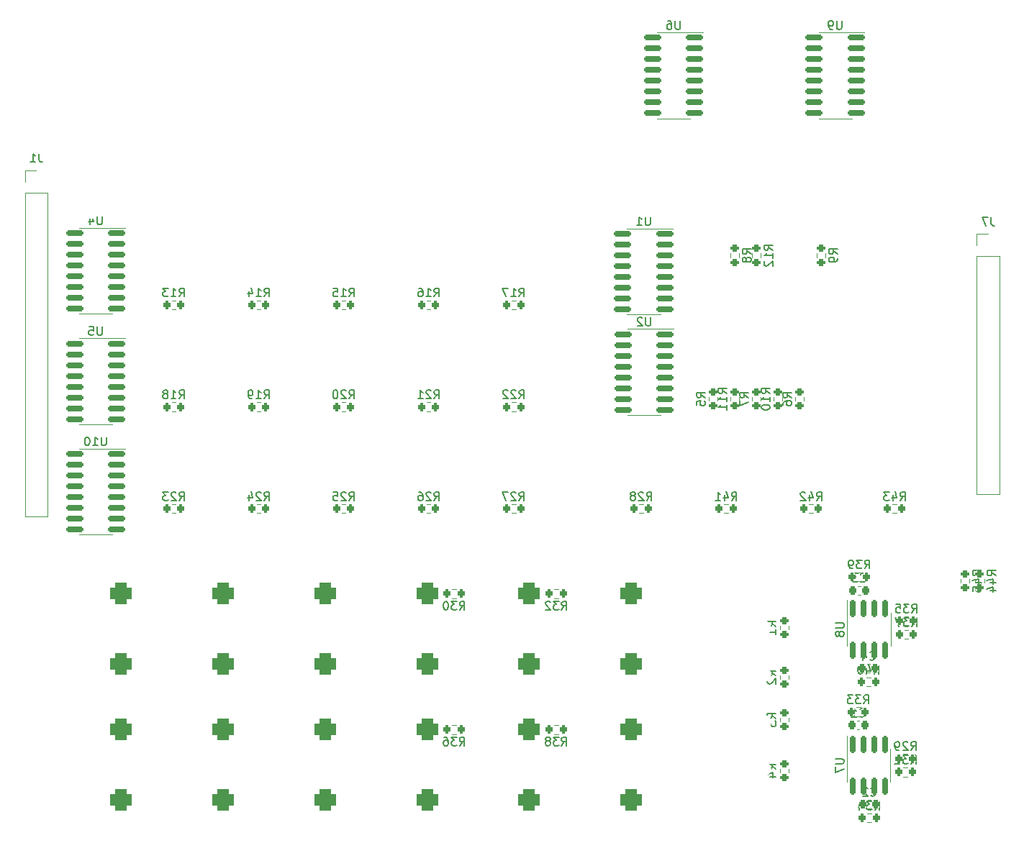
<source format=gbr>
%TF.GenerationSoftware,KiCad,Pcbnew,7.0.2*%
%TF.CreationDate,2025-03-10T10:37:47+00:00*%
%TF.ProjectId,dk2_04b_top,646b325f-3034-4625-9f74-6f702e6b6963,rev?*%
%TF.SameCoordinates,Original*%
%TF.FileFunction,Legend,Bot*%
%TF.FilePolarity,Positive*%
%FSLAX46Y46*%
G04 Gerber Fmt 4.6, Leading zero omitted, Abs format (unit mm)*
G04 Created by KiCad (PCBNEW 7.0.2) date 2025-03-10 10:37:47*
%MOMM*%
%LPD*%
G01*
G04 APERTURE LIST*
G04 Aperture macros list*
%AMRoundRect*
0 Rectangle with rounded corners*
0 $1 Rounding radius*
0 $2 $3 $4 $5 $6 $7 $8 $9 X,Y pos of 4 corners*
0 Add a 4 corners polygon primitive as box body*
4,1,4,$2,$3,$4,$5,$6,$7,$8,$9,$2,$3,0*
0 Add four circle primitives for the rounded corners*
1,1,$1+$1,$2,$3*
1,1,$1+$1,$4,$5*
1,1,$1+$1,$6,$7*
1,1,$1+$1,$8,$9*
0 Add four rect primitives between the rounded corners*
20,1,$1+$1,$2,$3,$4,$5,0*
20,1,$1+$1,$4,$5,$6,$7,0*
20,1,$1+$1,$6,$7,$8,$9,0*
20,1,$1+$1,$8,$9,$2,$3,0*%
G04 Aperture macros list end*
%ADD10C,0.150000*%
%ADD11C,0.120000*%
%ADD12C,2.000000*%
%ADD13O,2.720000X3.240000*%
%ADD14R,1.800000X1.800000*%
%ADD15C,1.800000*%
%ADD16O,3.100000X2.300000*%
%ADD17RoundRect,0.650000X-0.650000X-0.650000X0.650000X-0.650000X0.650000X0.650000X-0.650000X0.650000X0*%
%ADD18C,3.200000*%
%ADD19R,1.500000X1.500000*%
%ADD20C,1.500000*%
%ADD21C,1.050000*%
%ADD22R,1.350000X1.350000*%
%ADD23RoundRect,0.200000X0.275000X-0.200000X0.275000X0.200000X-0.275000X0.200000X-0.275000X-0.200000X0*%
%ADD24R,1.700000X1.700000*%
%ADD25O,1.700000X1.700000*%
%ADD26RoundRect,0.200000X0.200000X0.275000X-0.200000X0.275000X-0.200000X-0.275000X0.200000X-0.275000X0*%
%ADD27RoundRect,0.200000X-0.275000X0.200000X-0.275000X-0.200000X0.275000X-0.200000X0.275000X0.200000X0*%
%ADD28RoundRect,0.150000X0.825000X0.150000X-0.825000X0.150000X-0.825000X-0.150000X0.825000X-0.150000X0*%
%ADD29RoundRect,0.200000X-0.200000X-0.275000X0.200000X-0.275000X0.200000X0.275000X-0.200000X0.275000X0*%
%ADD30RoundRect,0.225000X0.225000X0.250000X-0.225000X0.250000X-0.225000X-0.250000X0.225000X-0.250000X0*%
%ADD31RoundRect,0.150000X-0.150000X0.825000X-0.150000X-0.825000X0.150000X-0.825000X0.150000X0.825000X0*%
G04 APERTURE END LIST*
D10*
%TO.C,R45*%
X185192619Y-116857142D02*
X184716428Y-116523809D01*
X185192619Y-116285714D02*
X184192619Y-116285714D01*
X184192619Y-116285714D02*
X184192619Y-116666666D01*
X184192619Y-116666666D02*
X184240238Y-116761904D01*
X184240238Y-116761904D02*
X184287857Y-116809523D01*
X184287857Y-116809523D02*
X184383095Y-116857142D01*
X184383095Y-116857142D02*
X184525952Y-116857142D01*
X184525952Y-116857142D02*
X184621190Y-116809523D01*
X184621190Y-116809523D02*
X184668809Y-116761904D01*
X184668809Y-116761904D02*
X184716428Y-116666666D01*
X184716428Y-116666666D02*
X184716428Y-116285714D01*
X184525952Y-117714285D02*
X185192619Y-117714285D01*
X184145000Y-117476190D02*
X184859285Y-117238095D01*
X184859285Y-117238095D02*
X184859285Y-117857142D01*
X184192619Y-118714285D02*
X184192619Y-118238095D01*
X184192619Y-118238095D02*
X184668809Y-118190476D01*
X184668809Y-118190476D02*
X184621190Y-118238095D01*
X184621190Y-118238095D02*
X184573571Y-118333333D01*
X184573571Y-118333333D02*
X184573571Y-118571428D01*
X184573571Y-118571428D02*
X184621190Y-118666666D01*
X184621190Y-118666666D02*
X184668809Y-118714285D01*
X184668809Y-118714285D02*
X184764047Y-118761904D01*
X184764047Y-118761904D02*
X185002142Y-118761904D01*
X185002142Y-118761904D02*
X185097380Y-118714285D01*
X185097380Y-118714285D02*
X185145000Y-118666666D01*
X185145000Y-118666666D02*
X185192619Y-118571428D01*
X185192619Y-118571428D02*
X185192619Y-118333333D01*
X185192619Y-118333333D02*
X185145000Y-118238095D01*
X185145000Y-118238095D02*
X185097380Y-118190476D01*
%TO.C,R44*%
X186892619Y-116857142D02*
X186416428Y-116523809D01*
X186892619Y-116285714D02*
X185892619Y-116285714D01*
X185892619Y-116285714D02*
X185892619Y-116666666D01*
X185892619Y-116666666D02*
X185940238Y-116761904D01*
X185940238Y-116761904D02*
X185987857Y-116809523D01*
X185987857Y-116809523D02*
X186083095Y-116857142D01*
X186083095Y-116857142D02*
X186225952Y-116857142D01*
X186225952Y-116857142D02*
X186321190Y-116809523D01*
X186321190Y-116809523D02*
X186368809Y-116761904D01*
X186368809Y-116761904D02*
X186416428Y-116666666D01*
X186416428Y-116666666D02*
X186416428Y-116285714D01*
X186225952Y-117714285D02*
X186892619Y-117714285D01*
X185845000Y-117476190D02*
X186559285Y-117238095D01*
X186559285Y-117238095D02*
X186559285Y-117857142D01*
X186225952Y-118666666D02*
X186892619Y-118666666D01*
X185845000Y-118428571D02*
X186559285Y-118190476D01*
X186559285Y-118190476D02*
X186559285Y-118809523D01*
%TO.C,R23*%
X90817857Y-108032619D02*
X91151190Y-107556428D01*
X91389285Y-108032619D02*
X91389285Y-107032619D01*
X91389285Y-107032619D02*
X91008333Y-107032619D01*
X91008333Y-107032619D02*
X90913095Y-107080238D01*
X90913095Y-107080238D02*
X90865476Y-107127857D01*
X90865476Y-107127857D02*
X90817857Y-107223095D01*
X90817857Y-107223095D02*
X90817857Y-107365952D01*
X90817857Y-107365952D02*
X90865476Y-107461190D01*
X90865476Y-107461190D02*
X90913095Y-107508809D01*
X90913095Y-107508809D02*
X91008333Y-107556428D01*
X91008333Y-107556428D02*
X91389285Y-107556428D01*
X90436904Y-107127857D02*
X90389285Y-107080238D01*
X90389285Y-107080238D02*
X90294047Y-107032619D01*
X90294047Y-107032619D02*
X90055952Y-107032619D01*
X90055952Y-107032619D02*
X89960714Y-107080238D01*
X89960714Y-107080238D02*
X89913095Y-107127857D01*
X89913095Y-107127857D02*
X89865476Y-107223095D01*
X89865476Y-107223095D02*
X89865476Y-107318333D01*
X89865476Y-107318333D02*
X89913095Y-107461190D01*
X89913095Y-107461190D02*
X90484523Y-108032619D01*
X90484523Y-108032619D02*
X89865476Y-108032619D01*
X89532142Y-107032619D02*
X88913095Y-107032619D01*
X88913095Y-107032619D02*
X89246428Y-107413571D01*
X89246428Y-107413571D02*
X89103571Y-107413571D01*
X89103571Y-107413571D02*
X89008333Y-107461190D01*
X89008333Y-107461190D02*
X88960714Y-107508809D01*
X88960714Y-107508809D02*
X88913095Y-107604047D01*
X88913095Y-107604047D02*
X88913095Y-107842142D01*
X88913095Y-107842142D02*
X88960714Y-107937380D01*
X88960714Y-107937380D02*
X89008333Y-107985000D01*
X89008333Y-107985000D02*
X89103571Y-108032619D01*
X89103571Y-108032619D02*
X89389285Y-108032619D01*
X89389285Y-108032619D02*
X89484523Y-107985000D01*
X89484523Y-107985000D02*
X89532142Y-107937380D01*
%TO.C,R27*%
X130817857Y-108032619D02*
X131151190Y-107556428D01*
X131389285Y-108032619D02*
X131389285Y-107032619D01*
X131389285Y-107032619D02*
X131008333Y-107032619D01*
X131008333Y-107032619D02*
X130913095Y-107080238D01*
X130913095Y-107080238D02*
X130865476Y-107127857D01*
X130865476Y-107127857D02*
X130817857Y-107223095D01*
X130817857Y-107223095D02*
X130817857Y-107365952D01*
X130817857Y-107365952D02*
X130865476Y-107461190D01*
X130865476Y-107461190D02*
X130913095Y-107508809D01*
X130913095Y-107508809D02*
X131008333Y-107556428D01*
X131008333Y-107556428D02*
X131389285Y-107556428D01*
X130436904Y-107127857D02*
X130389285Y-107080238D01*
X130389285Y-107080238D02*
X130294047Y-107032619D01*
X130294047Y-107032619D02*
X130055952Y-107032619D01*
X130055952Y-107032619D02*
X129960714Y-107080238D01*
X129960714Y-107080238D02*
X129913095Y-107127857D01*
X129913095Y-107127857D02*
X129865476Y-107223095D01*
X129865476Y-107223095D02*
X129865476Y-107318333D01*
X129865476Y-107318333D02*
X129913095Y-107461190D01*
X129913095Y-107461190D02*
X130484523Y-108032619D01*
X130484523Y-108032619D02*
X129865476Y-108032619D01*
X129532142Y-107032619D02*
X128865476Y-107032619D01*
X128865476Y-107032619D02*
X129294047Y-108032619D01*
%TO.C,R29*%
X176917857Y-137432619D02*
X177251190Y-136956428D01*
X177489285Y-137432619D02*
X177489285Y-136432619D01*
X177489285Y-136432619D02*
X177108333Y-136432619D01*
X177108333Y-136432619D02*
X177013095Y-136480238D01*
X177013095Y-136480238D02*
X176965476Y-136527857D01*
X176965476Y-136527857D02*
X176917857Y-136623095D01*
X176917857Y-136623095D02*
X176917857Y-136765952D01*
X176917857Y-136765952D02*
X176965476Y-136861190D01*
X176965476Y-136861190D02*
X177013095Y-136908809D01*
X177013095Y-136908809D02*
X177108333Y-136956428D01*
X177108333Y-136956428D02*
X177489285Y-136956428D01*
X176536904Y-136527857D02*
X176489285Y-136480238D01*
X176489285Y-136480238D02*
X176394047Y-136432619D01*
X176394047Y-136432619D02*
X176155952Y-136432619D01*
X176155952Y-136432619D02*
X176060714Y-136480238D01*
X176060714Y-136480238D02*
X176013095Y-136527857D01*
X176013095Y-136527857D02*
X175965476Y-136623095D01*
X175965476Y-136623095D02*
X175965476Y-136718333D01*
X175965476Y-136718333D02*
X176013095Y-136861190D01*
X176013095Y-136861190D02*
X176584523Y-137432619D01*
X176584523Y-137432619D02*
X175965476Y-137432619D01*
X175489285Y-137432619D02*
X175298809Y-137432619D01*
X175298809Y-137432619D02*
X175203571Y-137385000D01*
X175203571Y-137385000D02*
X175155952Y-137337380D01*
X175155952Y-137337380D02*
X175060714Y-137194523D01*
X175060714Y-137194523D02*
X175013095Y-137004047D01*
X175013095Y-137004047D02*
X175013095Y-136623095D01*
X175013095Y-136623095D02*
X175060714Y-136527857D01*
X175060714Y-136527857D02*
X175108333Y-136480238D01*
X175108333Y-136480238D02*
X175203571Y-136432619D01*
X175203571Y-136432619D02*
X175394047Y-136432619D01*
X175394047Y-136432619D02*
X175489285Y-136480238D01*
X175489285Y-136480238D02*
X175536904Y-136527857D01*
X175536904Y-136527857D02*
X175584523Y-136623095D01*
X175584523Y-136623095D02*
X175584523Y-136861190D01*
X175584523Y-136861190D02*
X175536904Y-136956428D01*
X175536904Y-136956428D02*
X175489285Y-137004047D01*
X175489285Y-137004047D02*
X175394047Y-137051666D01*
X175394047Y-137051666D02*
X175203571Y-137051666D01*
X175203571Y-137051666D02*
X175108333Y-137004047D01*
X175108333Y-137004047D02*
X175060714Y-136956428D01*
X175060714Y-136956428D02*
X175013095Y-136861190D01*
%TO.C,R1*%
X161032619Y-122833333D02*
X160556428Y-122500000D01*
X161032619Y-122261905D02*
X160032619Y-122261905D01*
X160032619Y-122261905D02*
X160032619Y-122642857D01*
X160032619Y-122642857D02*
X160080238Y-122738095D01*
X160080238Y-122738095D02*
X160127857Y-122785714D01*
X160127857Y-122785714D02*
X160223095Y-122833333D01*
X160223095Y-122833333D02*
X160365952Y-122833333D01*
X160365952Y-122833333D02*
X160461190Y-122785714D01*
X160461190Y-122785714D02*
X160508809Y-122738095D01*
X160508809Y-122738095D02*
X160556428Y-122642857D01*
X160556428Y-122642857D02*
X160556428Y-122261905D01*
X161032619Y-123785714D02*
X161032619Y-123214286D01*
X161032619Y-123500000D02*
X160032619Y-123500000D01*
X160032619Y-123500000D02*
X160175476Y-123404762D01*
X160175476Y-123404762D02*
X160270714Y-123309524D01*
X160270714Y-123309524D02*
X160318333Y-123214286D01*
%TO.C,R22*%
X130817857Y-96032619D02*
X131151190Y-95556428D01*
X131389285Y-96032619D02*
X131389285Y-95032619D01*
X131389285Y-95032619D02*
X131008333Y-95032619D01*
X131008333Y-95032619D02*
X130913095Y-95080238D01*
X130913095Y-95080238D02*
X130865476Y-95127857D01*
X130865476Y-95127857D02*
X130817857Y-95223095D01*
X130817857Y-95223095D02*
X130817857Y-95365952D01*
X130817857Y-95365952D02*
X130865476Y-95461190D01*
X130865476Y-95461190D02*
X130913095Y-95508809D01*
X130913095Y-95508809D02*
X131008333Y-95556428D01*
X131008333Y-95556428D02*
X131389285Y-95556428D01*
X130436904Y-95127857D02*
X130389285Y-95080238D01*
X130389285Y-95080238D02*
X130294047Y-95032619D01*
X130294047Y-95032619D02*
X130055952Y-95032619D01*
X130055952Y-95032619D02*
X129960714Y-95080238D01*
X129960714Y-95080238D02*
X129913095Y-95127857D01*
X129913095Y-95127857D02*
X129865476Y-95223095D01*
X129865476Y-95223095D02*
X129865476Y-95318333D01*
X129865476Y-95318333D02*
X129913095Y-95461190D01*
X129913095Y-95461190D02*
X130484523Y-96032619D01*
X130484523Y-96032619D02*
X129865476Y-96032619D01*
X129484523Y-95127857D02*
X129436904Y-95080238D01*
X129436904Y-95080238D02*
X129341666Y-95032619D01*
X129341666Y-95032619D02*
X129103571Y-95032619D01*
X129103571Y-95032619D02*
X129008333Y-95080238D01*
X129008333Y-95080238D02*
X128960714Y-95127857D01*
X128960714Y-95127857D02*
X128913095Y-95223095D01*
X128913095Y-95223095D02*
X128913095Y-95318333D01*
X128913095Y-95318333D02*
X128960714Y-95461190D01*
X128960714Y-95461190D02*
X129532142Y-96032619D01*
X129532142Y-96032619D02*
X128913095Y-96032619D01*
%TO.C,R17*%
X130817857Y-84032619D02*
X131151190Y-83556428D01*
X131389285Y-84032619D02*
X131389285Y-83032619D01*
X131389285Y-83032619D02*
X131008333Y-83032619D01*
X131008333Y-83032619D02*
X130913095Y-83080238D01*
X130913095Y-83080238D02*
X130865476Y-83127857D01*
X130865476Y-83127857D02*
X130817857Y-83223095D01*
X130817857Y-83223095D02*
X130817857Y-83365952D01*
X130817857Y-83365952D02*
X130865476Y-83461190D01*
X130865476Y-83461190D02*
X130913095Y-83508809D01*
X130913095Y-83508809D02*
X131008333Y-83556428D01*
X131008333Y-83556428D02*
X131389285Y-83556428D01*
X129865476Y-84032619D02*
X130436904Y-84032619D01*
X130151190Y-84032619D02*
X130151190Y-83032619D01*
X130151190Y-83032619D02*
X130246428Y-83175476D01*
X130246428Y-83175476D02*
X130341666Y-83270714D01*
X130341666Y-83270714D02*
X130436904Y-83318333D01*
X129532142Y-83032619D02*
X128865476Y-83032619D01*
X128865476Y-83032619D02*
X129294047Y-84032619D01*
%TO.C,R18*%
X90817857Y-96032619D02*
X91151190Y-95556428D01*
X91389285Y-96032619D02*
X91389285Y-95032619D01*
X91389285Y-95032619D02*
X91008333Y-95032619D01*
X91008333Y-95032619D02*
X90913095Y-95080238D01*
X90913095Y-95080238D02*
X90865476Y-95127857D01*
X90865476Y-95127857D02*
X90817857Y-95223095D01*
X90817857Y-95223095D02*
X90817857Y-95365952D01*
X90817857Y-95365952D02*
X90865476Y-95461190D01*
X90865476Y-95461190D02*
X90913095Y-95508809D01*
X90913095Y-95508809D02*
X91008333Y-95556428D01*
X91008333Y-95556428D02*
X91389285Y-95556428D01*
X89865476Y-96032619D02*
X90436904Y-96032619D01*
X90151190Y-96032619D02*
X90151190Y-95032619D01*
X90151190Y-95032619D02*
X90246428Y-95175476D01*
X90246428Y-95175476D02*
X90341666Y-95270714D01*
X90341666Y-95270714D02*
X90436904Y-95318333D01*
X89294047Y-95461190D02*
X89389285Y-95413571D01*
X89389285Y-95413571D02*
X89436904Y-95365952D01*
X89436904Y-95365952D02*
X89484523Y-95270714D01*
X89484523Y-95270714D02*
X89484523Y-95223095D01*
X89484523Y-95223095D02*
X89436904Y-95127857D01*
X89436904Y-95127857D02*
X89389285Y-95080238D01*
X89389285Y-95080238D02*
X89294047Y-95032619D01*
X89294047Y-95032619D02*
X89103571Y-95032619D01*
X89103571Y-95032619D02*
X89008333Y-95080238D01*
X89008333Y-95080238D02*
X88960714Y-95127857D01*
X88960714Y-95127857D02*
X88913095Y-95223095D01*
X88913095Y-95223095D02*
X88913095Y-95270714D01*
X88913095Y-95270714D02*
X88960714Y-95365952D01*
X88960714Y-95365952D02*
X89008333Y-95413571D01*
X89008333Y-95413571D02*
X89103571Y-95461190D01*
X89103571Y-95461190D02*
X89294047Y-95461190D01*
X89294047Y-95461190D02*
X89389285Y-95508809D01*
X89389285Y-95508809D02*
X89436904Y-95556428D01*
X89436904Y-95556428D02*
X89484523Y-95651666D01*
X89484523Y-95651666D02*
X89484523Y-95842142D01*
X89484523Y-95842142D02*
X89436904Y-95937380D01*
X89436904Y-95937380D02*
X89389285Y-95985000D01*
X89389285Y-95985000D02*
X89294047Y-96032619D01*
X89294047Y-96032619D02*
X89103571Y-96032619D01*
X89103571Y-96032619D02*
X89008333Y-95985000D01*
X89008333Y-95985000D02*
X88960714Y-95937380D01*
X88960714Y-95937380D02*
X88913095Y-95842142D01*
X88913095Y-95842142D02*
X88913095Y-95651666D01*
X88913095Y-95651666D02*
X88960714Y-95556428D01*
X88960714Y-95556428D02*
X89008333Y-95508809D01*
X89008333Y-95508809D02*
X89103571Y-95461190D01*
%TO.C,R41*%
X155817857Y-108032619D02*
X156151190Y-107556428D01*
X156389285Y-108032619D02*
X156389285Y-107032619D01*
X156389285Y-107032619D02*
X156008333Y-107032619D01*
X156008333Y-107032619D02*
X155913095Y-107080238D01*
X155913095Y-107080238D02*
X155865476Y-107127857D01*
X155865476Y-107127857D02*
X155817857Y-107223095D01*
X155817857Y-107223095D02*
X155817857Y-107365952D01*
X155817857Y-107365952D02*
X155865476Y-107461190D01*
X155865476Y-107461190D02*
X155913095Y-107508809D01*
X155913095Y-107508809D02*
X156008333Y-107556428D01*
X156008333Y-107556428D02*
X156389285Y-107556428D01*
X154960714Y-107365952D02*
X154960714Y-108032619D01*
X155198809Y-106985000D02*
X155436904Y-107699285D01*
X155436904Y-107699285D02*
X154817857Y-107699285D01*
X153913095Y-108032619D02*
X154484523Y-108032619D01*
X154198809Y-108032619D02*
X154198809Y-107032619D01*
X154198809Y-107032619D02*
X154294047Y-107175476D01*
X154294047Y-107175476D02*
X154389285Y-107270714D01*
X154389285Y-107270714D02*
X154484523Y-107318333D01*
%TO.C,R11*%
X155242619Y-95432142D02*
X154766428Y-95098809D01*
X155242619Y-94860714D02*
X154242619Y-94860714D01*
X154242619Y-94860714D02*
X154242619Y-95241666D01*
X154242619Y-95241666D02*
X154290238Y-95336904D01*
X154290238Y-95336904D02*
X154337857Y-95384523D01*
X154337857Y-95384523D02*
X154433095Y-95432142D01*
X154433095Y-95432142D02*
X154575952Y-95432142D01*
X154575952Y-95432142D02*
X154671190Y-95384523D01*
X154671190Y-95384523D02*
X154718809Y-95336904D01*
X154718809Y-95336904D02*
X154766428Y-95241666D01*
X154766428Y-95241666D02*
X154766428Y-94860714D01*
X155242619Y-96384523D02*
X155242619Y-95813095D01*
X155242619Y-96098809D02*
X154242619Y-96098809D01*
X154242619Y-96098809D02*
X154385476Y-96003571D01*
X154385476Y-96003571D02*
X154480714Y-95908333D01*
X154480714Y-95908333D02*
X154528333Y-95813095D01*
X155242619Y-97336904D02*
X155242619Y-96765476D01*
X155242619Y-97051190D02*
X154242619Y-97051190D01*
X154242619Y-97051190D02*
X154385476Y-96955952D01*
X154385476Y-96955952D02*
X154480714Y-96860714D01*
X154480714Y-96860714D02*
X154528333Y-96765476D01*
%TO.C,R35*%
X177017857Y-121232619D02*
X177351190Y-120756428D01*
X177589285Y-121232619D02*
X177589285Y-120232619D01*
X177589285Y-120232619D02*
X177208333Y-120232619D01*
X177208333Y-120232619D02*
X177113095Y-120280238D01*
X177113095Y-120280238D02*
X177065476Y-120327857D01*
X177065476Y-120327857D02*
X177017857Y-120423095D01*
X177017857Y-120423095D02*
X177017857Y-120565952D01*
X177017857Y-120565952D02*
X177065476Y-120661190D01*
X177065476Y-120661190D02*
X177113095Y-120708809D01*
X177113095Y-120708809D02*
X177208333Y-120756428D01*
X177208333Y-120756428D02*
X177589285Y-120756428D01*
X176684523Y-120232619D02*
X176065476Y-120232619D01*
X176065476Y-120232619D02*
X176398809Y-120613571D01*
X176398809Y-120613571D02*
X176255952Y-120613571D01*
X176255952Y-120613571D02*
X176160714Y-120661190D01*
X176160714Y-120661190D02*
X176113095Y-120708809D01*
X176113095Y-120708809D02*
X176065476Y-120804047D01*
X176065476Y-120804047D02*
X176065476Y-121042142D01*
X176065476Y-121042142D02*
X176113095Y-121137380D01*
X176113095Y-121137380D02*
X176160714Y-121185000D01*
X176160714Y-121185000D02*
X176255952Y-121232619D01*
X176255952Y-121232619D02*
X176541666Y-121232619D01*
X176541666Y-121232619D02*
X176636904Y-121185000D01*
X176636904Y-121185000D02*
X176684523Y-121137380D01*
X175160714Y-120232619D02*
X175636904Y-120232619D01*
X175636904Y-120232619D02*
X175684523Y-120708809D01*
X175684523Y-120708809D02*
X175636904Y-120661190D01*
X175636904Y-120661190D02*
X175541666Y-120613571D01*
X175541666Y-120613571D02*
X175303571Y-120613571D01*
X175303571Y-120613571D02*
X175208333Y-120661190D01*
X175208333Y-120661190D02*
X175160714Y-120708809D01*
X175160714Y-120708809D02*
X175113095Y-120804047D01*
X175113095Y-120804047D02*
X175113095Y-121042142D01*
X175113095Y-121042142D02*
X175160714Y-121137380D01*
X175160714Y-121137380D02*
X175208333Y-121185000D01*
X175208333Y-121185000D02*
X175303571Y-121232619D01*
X175303571Y-121232619D02*
X175541666Y-121232619D01*
X175541666Y-121232619D02*
X175636904Y-121185000D01*
X175636904Y-121185000D02*
X175684523Y-121137380D01*
%TO.C,R9*%
X168262619Y-79018333D02*
X167786428Y-78685000D01*
X168262619Y-78446905D02*
X167262619Y-78446905D01*
X167262619Y-78446905D02*
X167262619Y-78827857D01*
X167262619Y-78827857D02*
X167310238Y-78923095D01*
X167310238Y-78923095D02*
X167357857Y-78970714D01*
X167357857Y-78970714D02*
X167453095Y-79018333D01*
X167453095Y-79018333D02*
X167595952Y-79018333D01*
X167595952Y-79018333D02*
X167691190Y-78970714D01*
X167691190Y-78970714D02*
X167738809Y-78923095D01*
X167738809Y-78923095D02*
X167786428Y-78827857D01*
X167786428Y-78827857D02*
X167786428Y-78446905D01*
X168262619Y-79494524D02*
X168262619Y-79685000D01*
X168262619Y-79685000D02*
X168215000Y-79780238D01*
X168215000Y-79780238D02*
X168167380Y-79827857D01*
X168167380Y-79827857D02*
X168024523Y-79923095D01*
X168024523Y-79923095D02*
X167834047Y-79970714D01*
X167834047Y-79970714D02*
X167453095Y-79970714D01*
X167453095Y-79970714D02*
X167357857Y-79923095D01*
X167357857Y-79923095D02*
X167310238Y-79875476D01*
X167310238Y-79875476D02*
X167262619Y-79780238D01*
X167262619Y-79780238D02*
X167262619Y-79589762D01*
X167262619Y-79589762D02*
X167310238Y-79494524D01*
X167310238Y-79494524D02*
X167357857Y-79446905D01*
X167357857Y-79446905D02*
X167453095Y-79399286D01*
X167453095Y-79399286D02*
X167691190Y-79399286D01*
X167691190Y-79399286D02*
X167786428Y-79446905D01*
X167786428Y-79446905D02*
X167834047Y-79494524D01*
X167834047Y-79494524D02*
X167881666Y-79589762D01*
X167881666Y-79589762D02*
X167881666Y-79780238D01*
X167881666Y-79780238D02*
X167834047Y-79875476D01*
X167834047Y-79875476D02*
X167786428Y-79923095D01*
X167786428Y-79923095D02*
X167691190Y-79970714D01*
%TO.C,R5*%
X152702619Y-95908333D02*
X152226428Y-95575000D01*
X152702619Y-95336905D02*
X151702619Y-95336905D01*
X151702619Y-95336905D02*
X151702619Y-95717857D01*
X151702619Y-95717857D02*
X151750238Y-95813095D01*
X151750238Y-95813095D02*
X151797857Y-95860714D01*
X151797857Y-95860714D02*
X151893095Y-95908333D01*
X151893095Y-95908333D02*
X152035952Y-95908333D01*
X152035952Y-95908333D02*
X152131190Y-95860714D01*
X152131190Y-95860714D02*
X152178809Y-95813095D01*
X152178809Y-95813095D02*
X152226428Y-95717857D01*
X152226428Y-95717857D02*
X152226428Y-95336905D01*
X151702619Y-96813095D02*
X151702619Y-96336905D01*
X151702619Y-96336905D02*
X152178809Y-96289286D01*
X152178809Y-96289286D02*
X152131190Y-96336905D01*
X152131190Y-96336905D02*
X152083571Y-96432143D01*
X152083571Y-96432143D02*
X152083571Y-96670238D01*
X152083571Y-96670238D02*
X152131190Y-96765476D01*
X152131190Y-96765476D02*
X152178809Y-96813095D01*
X152178809Y-96813095D02*
X152274047Y-96860714D01*
X152274047Y-96860714D02*
X152512142Y-96860714D01*
X152512142Y-96860714D02*
X152607380Y-96813095D01*
X152607380Y-96813095D02*
X152655000Y-96765476D01*
X152655000Y-96765476D02*
X152702619Y-96670238D01*
X152702619Y-96670238D02*
X152702619Y-96432143D01*
X152702619Y-96432143D02*
X152655000Y-96336905D01*
X152655000Y-96336905D02*
X152607380Y-96289286D01*
%TO.C,R26*%
X120817857Y-108032619D02*
X121151190Y-107556428D01*
X121389285Y-108032619D02*
X121389285Y-107032619D01*
X121389285Y-107032619D02*
X121008333Y-107032619D01*
X121008333Y-107032619D02*
X120913095Y-107080238D01*
X120913095Y-107080238D02*
X120865476Y-107127857D01*
X120865476Y-107127857D02*
X120817857Y-107223095D01*
X120817857Y-107223095D02*
X120817857Y-107365952D01*
X120817857Y-107365952D02*
X120865476Y-107461190D01*
X120865476Y-107461190D02*
X120913095Y-107508809D01*
X120913095Y-107508809D02*
X121008333Y-107556428D01*
X121008333Y-107556428D02*
X121389285Y-107556428D01*
X120436904Y-107127857D02*
X120389285Y-107080238D01*
X120389285Y-107080238D02*
X120294047Y-107032619D01*
X120294047Y-107032619D02*
X120055952Y-107032619D01*
X120055952Y-107032619D02*
X119960714Y-107080238D01*
X119960714Y-107080238D02*
X119913095Y-107127857D01*
X119913095Y-107127857D02*
X119865476Y-107223095D01*
X119865476Y-107223095D02*
X119865476Y-107318333D01*
X119865476Y-107318333D02*
X119913095Y-107461190D01*
X119913095Y-107461190D02*
X120484523Y-108032619D01*
X120484523Y-108032619D02*
X119865476Y-108032619D01*
X119008333Y-107032619D02*
X119198809Y-107032619D01*
X119198809Y-107032619D02*
X119294047Y-107080238D01*
X119294047Y-107080238D02*
X119341666Y-107127857D01*
X119341666Y-107127857D02*
X119436904Y-107270714D01*
X119436904Y-107270714D02*
X119484523Y-107461190D01*
X119484523Y-107461190D02*
X119484523Y-107842142D01*
X119484523Y-107842142D02*
X119436904Y-107937380D01*
X119436904Y-107937380D02*
X119389285Y-107985000D01*
X119389285Y-107985000D02*
X119294047Y-108032619D01*
X119294047Y-108032619D02*
X119103571Y-108032619D01*
X119103571Y-108032619D02*
X119008333Y-107985000D01*
X119008333Y-107985000D02*
X118960714Y-107937380D01*
X118960714Y-107937380D02*
X118913095Y-107842142D01*
X118913095Y-107842142D02*
X118913095Y-107604047D01*
X118913095Y-107604047D02*
X118960714Y-107508809D01*
X118960714Y-107508809D02*
X119008333Y-107461190D01*
X119008333Y-107461190D02*
X119103571Y-107413571D01*
X119103571Y-107413571D02*
X119294047Y-107413571D01*
X119294047Y-107413571D02*
X119389285Y-107461190D01*
X119389285Y-107461190D02*
X119436904Y-107508809D01*
X119436904Y-107508809D02*
X119484523Y-107604047D01*
%TO.C,R42*%
X165817857Y-108032619D02*
X166151190Y-107556428D01*
X166389285Y-108032619D02*
X166389285Y-107032619D01*
X166389285Y-107032619D02*
X166008333Y-107032619D01*
X166008333Y-107032619D02*
X165913095Y-107080238D01*
X165913095Y-107080238D02*
X165865476Y-107127857D01*
X165865476Y-107127857D02*
X165817857Y-107223095D01*
X165817857Y-107223095D02*
X165817857Y-107365952D01*
X165817857Y-107365952D02*
X165865476Y-107461190D01*
X165865476Y-107461190D02*
X165913095Y-107508809D01*
X165913095Y-107508809D02*
X166008333Y-107556428D01*
X166008333Y-107556428D02*
X166389285Y-107556428D01*
X164960714Y-107365952D02*
X164960714Y-108032619D01*
X165198809Y-106985000D02*
X165436904Y-107699285D01*
X165436904Y-107699285D02*
X164817857Y-107699285D01*
X164484523Y-107127857D02*
X164436904Y-107080238D01*
X164436904Y-107080238D02*
X164341666Y-107032619D01*
X164341666Y-107032619D02*
X164103571Y-107032619D01*
X164103571Y-107032619D02*
X164008333Y-107080238D01*
X164008333Y-107080238D02*
X163960714Y-107127857D01*
X163960714Y-107127857D02*
X163913095Y-107223095D01*
X163913095Y-107223095D02*
X163913095Y-107318333D01*
X163913095Y-107318333D02*
X163960714Y-107461190D01*
X163960714Y-107461190D02*
X164532142Y-108032619D01*
X164532142Y-108032619D02*
X163913095Y-108032619D01*
%TO.C,J7*%
X186333333Y-74692619D02*
X186333333Y-75406904D01*
X186333333Y-75406904D02*
X186380952Y-75549761D01*
X186380952Y-75549761D02*
X186476190Y-75645000D01*
X186476190Y-75645000D02*
X186619047Y-75692619D01*
X186619047Y-75692619D02*
X186714285Y-75692619D01*
X185952380Y-74692619D02*
X185285714Y-74692619D01*
X185285714Y-74692619D02*
X185714285Y-75692619D01*
%TO.C,U6*%
X149761904Y-51562619D02*
X149761904Y-52372142D01*
X149761904Y-52372142D02*
X149714285Y-52467380D01*
X149714285Y-52467380D02*
X149666666Y-52515000D01*
X149666666Y-52515000D02*
X149571428Y-52562619D01*
X149571428Y-52562619D02*
X149380952Y-52562619D01*
X149380952Y-52562619D02*
X149285714Y-52515000D01*
X149285714Y-52515000D02*
X149238095Y-52467380D01*
X149238095Y-52467380D02*
X149190476Y-52372142D01*
X149190476Y-52372142D02*
X149190476Y-51562619D01*
X148285714Y-51562619D02*
X148476190Y-51562619D01*
X148476190Y-51562619D02*
X148571428Y-51610238D01*
X148571428Y-51610238D02*
X148619047Y-51657857D01*
X148619047Y-51657857D02*
X148714285Y-51800714D01*
X148714285Y-51800714D02*
X148761904Y-51991190D01*
X148761904Y-51991190D02*
X148761904Y-52372142D01*
X148761904Y-52372142D02*
X148714285Y-52467380D01*
X148714285Y-52467380D02*
X148666666Y-52515000D01*
X148666666Y-52515000D02*
X148571428Y-52562619D01*
X148571428Y-52562619D02*
X148380952Y-52562619D01*
X148380952Y-52562619D02*
X148285714Y-52515000D01*
X148285714Y-52515000D02*
X148238095Y-52467380D01*
X148238095Y-52467380D02*
X148190476Y-52372142D01*
X148190476Y-52372142D02*
X148190476Y-52134047D01*
X148190476Y-52134047D02*
X148238095Y-52038809D01*
X148238095Y-52038809D02*
X148285714Y-51991190D01*
X148285714Y-51991190D02*
X148380952Y-51943571D01*
X148380952Y-51943571D02*
X148571428Y-51943571D01*
X148571428Y-51943571D02*
X148666666Y-51991190D01*
X148666666Y-51991190D02*
X148714285Y-52038809D01*
X148714285Y-52038809D02*
X148761904Y-52134047D01*
%TO.C,R14*%
X100817857Y-84032619D02*
X101151190Y-83556428D01*
X101389285Y-84032619D02*
X101389285Y-83032619D01*
X101389285Y-83032619D02*
X101008333Y-83032619D01*
X101008333Y-83032619D02*
X100913095Y-83080238D01*
X100913095Y-83080238D02*
X100865476Y-83127857D01*
X100865476Y-83127857D02*
X100817857Y-83223095D01*
X100817857Y-83223095D02*
X100817857Y-83365952D01*
X100817857Y-83365952D02*
X100865476Y-83461190D01*
X100865476Y-83461190D02*
X100913095Y-83508809D01*
X100913095Y-83508809D02*
X101008333Y-83556428D01*
X101008333Y-83556428D02*
X101389285Y-83556428D01*
X99865476Y-84032619D02*
X100436904Y-84032619D01*
X100151190Y-84032619D02*
X100151190Y-83032619D01*
X100151190Y-83032619D02*
X100246428Y-83175476D01*
X100246428Y-83175476D02*
X100341666Y-83270714D01*
X100341666Y-83270714D02*
X100436904Y-83318333D01*
X99008333Y-83365952D02*
X99008333Y-84032619D01*
X99246428Y-82985000D02*
X99484523Y-83699285D01*
X99484523Y-83699285D02*
X98865476Y-83699285D01*
%TO.C,R8*%
X158102619Y-79018333D02*
X157626428Y-78685000D01*
X158102619Y-78446905D02*
X157102619Y-78446905D01*
X157102619Y-78446905D02*
X157102619Y-78827857D01*
X157102619Y-78827857D02*
X157150238Y-78923095D01*
X157150238Y-78923095D02*
X157197857Y-78970714D01*
X157197857Y-78970714D02*
X157293095Y-79018333D01*
X157293095Y-79018333D02*
X157435952Y-79018333D01*
X157435952Y-79018333D02*
X157531190Y-78970714D01*
X157531190Y-78970714D02*
X157578809Y-78923095D01*
X157578809Y-78923095D02*
X157626428Y-78827857D01*
X157626428Y-78827857D02*
X157626428Y-78446905D01*
X157531190Y-79589762D02*
X157483571Y-79494524D01*
X157483571Y-79494524D02*
X157435952Y-79446905D01*
X157435952Y-79446905D02*
X157340714Y-79399286D01*
X157340714Y-79399286D02*
X157293095Y-79399286D01*
X157293095Y-79399286D02*
X157197857Y-79446905D01*
X157197857Y-79446905D02*
X157150238Y-79494524D01*
X157150238Y-79494524D02*
X157102619Y-79589762D01*
X157102619Y-79589762D02*
X157102619Y-79780238D01*
X157102619Y-79780238D02*
X157150238Y-79875476D01*
X157150238Y-79875476D02*
X157197857Y-79923095D01*
X157197857Y-79923095D02*
X157293095Y-79970714D01*
X157293095Y-79970714D02*
X157340714Y-79970714D01*
X157340714Y-79970714D02*
X157435952Y-79923095D01*
X157435952Y-79923095D02*
X157483571Y-79875476D01*
X157483571Y-79875476D02*
X157531190Y-79780238D01*
X157531190Y-79780238D02*
X157531190Y-79589762D01*
X157531190Y-79589762D02*
X157578809Y-79494524D01*
X157578809Y-79494524D02*
X157626428Y-79446905D01*
X157626428Y-79446905D02*
X157721666Y-79399286D01*
X157721666Y-79399286D02*
X157912142Y-79399286D01*
X157912142Y-79399286D02*
X158007380Y-79446905D01*
X158007380Y-79446905D02*
X158055000Y-79494524D01*
X158055000Y-79494524D02*
X158102619Y-79589762D01*
X158102619Y-79589762D02*
X158102619Y-79780238D01*
X158102619Y-79780238D02*
X158055000Y-79875476D01*
X158055000Y-79875476D02*
X158007380Y-79923095D01*
X158007380Y-79923095D02*
X157912142Y-79970714D01*
X157912142Y-79970714D02*
X157721666Y-79970714D01*
X157721666Y-79970714D02*
X157626428Y-79923095D01*
X157626428Y-79923095D02*
X157578809Y-79875476D01*
X157578809Y-79875476D02*
X157531190Y-79780238D01*
%TO.C,U1*%
X146236904Y-74657619D02*
X146236904Y-75467142D01*
X146236904Y-75467142D02*
X146189285Y-75562380D01*
X146189285Y-75562380D02*
X146141666Y-75610000D01*
X146141666Y-75610000D02*
X146046428Y-75657619D01*
X146046428Y-75657619D02*
X145855952Y-75657619D01*
X145855952Y-75657619D02*
X145760714Y-75610000D01*
X145760714Y-75610000D02*
X145713095Y-75562380D01*
X145713095Y-75562380D02*
X145665476Y-75467142D01*
X145665476Y-75467142D02*
X145665476Y-74657619D01*
X144665476Y-75657619D02*
X145236904Y-75657619D01*
X144951190Y-75657619D02*
X144951190Y-74657619D01*
X144951190Y-74657619D02*
X145046428Y-74800476D01*
X145046428Y-74800476D02*
X145141666Y-74895714D01*
X145141666Y-74895714D02*
X145236904Y-74943333D01*
%TO.C,R30*%
X123817857Y-120892619D02*
X124151190Y-120416428D01*
X124389285Y-120892619D02*
X124389285Y-119892619D01*
X124389285Y-119892619D02*
X124008333Y-119892619D01*
X124008333Y-119892619D02*
X123913095Y-119940238D01*
X123913095Y-119940238D02*
X123865476Y-119987857D01*
X123865476Y-119987857D02*
X123817857Y-120083095D01*
X123817857Y-120083095D02*
X123817857Y-120225952D01*
X123817857Y-120225952D02*
X123865476Y-120321190D01*
X123865476Y-120321190D02*
X123913095Y-120368809D01*
X123913095Y-120368809D02*
X124008333Y-120416428D01*
X124008333Y-120416428D02*
X124389285Y-120416428D01*
X123484523Y-119892619D02*
X122865476Y-119892619D01*
X122865476Y-119892619D02*
X123198809Y-120273571D01*
X123198809Y-120273571D02*
X123055952Y-120273571D01*
X123055952Y-120273571D02*
X122960714Y-120321190D01*
X122960714Y-120321190D02*
X122913095Y-120368809D01*
X122913095Y-120368809D02*
X122865476Y-120464047D01*
X122865476Y-120464047D02*
X122865476Y-120702142D01*
X122865476Y-120702142D02*
X122913095Y-120797380D01*
X122913095Y-120797380D02*
X122960714Y-120845000D01*
X122960714Y-120845000D02*
X123055952Y-120892619D01*
X123055952Y-120892619D02*
X123341666Y-120892619D01*
X123341666Y-120892619D02*
X123436904Y-120845000D01*
X123436904Y-120845000D02*
X123484523Y-120797380D01*
X122246428Y-119892619D02*
X122151190Y-119892619D01*
X122151190Y-119892619D02*
X122055952Y-119940238D01*
X122055952Y-119940238D02*
X122008333Y-119987857D01*
X122008333Y-119987857D02*
X121960714Y-120083095D01*
X121960714Y-120083095D02*
X121913095Y-120273571D01*
X121913095Y-120273571D02*
X121913095Y-120511666D01*
X121913095Y-120511666D02*
X121960714Y-120702142D01*
X121960714Y-120702142D02*
X122008333Y-120797380D01*
X122008333Y-120797380D02*
X122055952Y-120845000D01*
X122055952Y-120845000D02*
X122151190Y-120892619D01*
X122151190Y-120892619D02*
X122246428Y-120892619D01*
X122246428Y-120892619D02*
X122341666Y-120845000D01*
X122341666Y-120845000D02*
X122389285Y-120797380D01*
X122389285Y-120797380D02*
X122436904Y-120702142D01*
X122436904Y-120702142D02*
X122484523Y-120511666D01*
X122484523Y-120511666D02*
X122484523Y-120273571D01*
X122484523Y-120273571D02*
X122436904Y-120083095D01*
X122436904Y-120083095D02*
X122389285Y-119987857D01*
X122389285Y-119987857D02*
X122341666Y-119940238D01*
X122341666Y-119940238D02*
X122246428Y-119892619D01*
%TO.C,R15*%
X110817857Y-84032619D02*
X111151190Y-83556428D01*
X111389285Y-84032619D02*
X111389285Y-83032619D01*
X111389285Y-83032619D02*
X111008333Y-83032619D01*
X111008333Y-83032619D02*
X110913095Y-83080238D01*
X110913095Y-83080238D02*
X110865476Y-83127857D01*
X110865476Y-83127857D02*
X110817857Y-83223095D01*
X110817857Y-83223095D02*
X110817857Y-83365952D01*
X110817857Y-83365952D02*
X110865476Y-83461190D01*
X110865476Y-83461190D02*
X110913095Y-83508809D01*
X110913095Y-83508809D02*
X111008333Y-83556428D01*
X111008333Y-83556428D02*
X111389285Y-83556428D01*
X109865476Y-84032619D02*
X110436904Y-84032619D01*
X110151190Y-84032619D02*
X110151190Y-83032619D01*
X110151190Y-83032619D02*
X110246428Y-83175476D01*
X110246428Y-83175476D02*
X110341666Y-83270714D01*
X110341666Y-83270714D02*
X110436904Y-83318333D01*
X108960714Y-83032619D02*
X109436904Y-83032619D01*
X109436904Y-83032619D02*
X109484523Y-83508809D01*
X109484523Y-83508809D02*
X109436904Y-83461190D01*
X109436904Y-83461190D02*
X109341666Y-83413571D01*
X109341666Y-83413571D02*
X109103571Y-83413571D01*
X109103571Y-83413571D02*
X109008333Y-83461190D01*
X109008333Y-83461190D02*
X108960714Y-83508809D01*
X108960714Y-83508809D02*
X108913095Y-83604047D01*
X108913095Y-83604047D02*
X108913095Y-83842142D01*
X108913095Y-83842142D02*
X108960714Y-83937380D01*
X108960714Y-83937380D02*
X109008333Y-83985000D01*
X109008333Y-83985000D02*
X109103571Y-84032619D01*
X109103571Y-84032619D02*
X109341666Y-84032619D01*
X109341666Y-84032619D02*
X109436904Y-83985000D01*
X109436904Y-83985000D02*
X109484523Y-83937380D01*
%TO.C,R36*%
X123817857Y-136892619D02*
X124151190Y-136416428D01*
X124389285Y-136892619D02*
X124389285Y-135892619D01*
X124389285Y-135892619D02*
X124008333Y-135892619D01*
X124008333Y-135892619D02*
X123913095Y-135940238D01*
X123913095Y-135940238D02*
X123865476Y-135987857D01*
X123865476Y-135987857D02*
X123817857Y-136083095D01*
X123817857Y-136083095D02*
X123817857Y-136225952D01*
X123817857Y-136225952D02*
X123865476Y-136321190D01*
X123865476Y-136321190D02*
X123913095Y-136368809D01*
X123913095Y-136368809D02*
X124008333Y-136416428D01*
X124008333Y-136416428D02*
X124389285Y-136416428D01*
X123484523Y-135892619D02*
X122865476Y-135892619D01*
X122865476Y-135892619D02*
X123198809Y-136273571D01*
X123198809Y-136273571D02*
X123055952Y-136273571D01*
X123055952Y-136273571D02*
X122960714Y-136321190D01*
X122960714Y-136321190D02*
X122913095Y-136368809D01*
X122913095Y-136368809D02*
X122865476Y-136464047D01*
X122865476Y-136464047D02*
X122865476Y-136702142D01*
X122865476Y-136702142D02*
X122913095Y-136797380D01*
X122913095Y-136797380D02*
X122960714Y-136845000D01*
X122960714Y-136845000D02*
X123055952Y-136892619D01*
X123055952Y-136892619D02*
X123341666Y-136892619D01*
X123341666Y-136892619D02*
X123436904Y-136845000D01*
X123436904Y-136845000D02*
X123484523Y-136797380D01*
X122008333Y-135892619D02*
X122198809Y-135892619D01*
X122198809Y-135892619D02*
X122294047Y-135940238D01*
X122294047Y-135940238D02*
X122341666Y-135987857D01*
X122341666Y-135987857D02*
X122436904Y-136130714D01*
X122436904Y-136130714D02*
X122484523Y-136321190D01*
X122484523Y-136321190D02*
X122484523Y-136702142D01*
X122484523Y-136702142D02*
X122436904Y-136797380D01*
X122436904Y-136797380D02*
X122389285Y-136845000D01*
X122389285Y-136845000D02*
X122294047Y-136892619D01*
X122294047Y-136892619D02*
X122103571Y-136892619D01*
X122103571Y-136892619D02*
X122008333Y-136845000D01*
X122008333Y-136845000D02*
X121960714Y-136797380D01*
X121960714Y-136797380D02*
X121913095Y-136702142D01*
X121913095Y-136702142D02*
X121913095Y-136464047D01*
X121913095Y-136464047D02*
X121960714Y-136368809D01*
X121960714Y-136368809D02*
X122008333Y-136321190D01*
X122008333Y-136321190D02*
X122103571Y-136273571D01*
X122103571Y-136273571D02*
X122294047Y-136273571D01*
X122294047Y-136273571D02*
X122389285Y-136321190D01*
X122389285Y-136321190D02*
X122436904Y-136368809D01*
X122436904Y-136368809D02*
X122484523Y-136464047D01*
%TO.C,R21*%
X120817857Y-96032619D02*
X121151190Y-95556428D01*
X121389285Y-96032619D02*
X121389285Y-95032619D01*
X121389285Y-95032619D02*
X121008333Y-95032619D01*
X121008333Y-95032619D02*
X120913095Y-95080238D01*
X120913095Y-95080238D02*
X120865476Y-95127857D01*
X120865476Y-95127857D02*
X120817857Y-95223095D01*
X120817857Y-95223095D02*
X120817857Y-95365952D01*
X120817857Y-95365952D02*
X120865476Y-95461190D01*
X120865476Y-95461190D02*
X120913095Y-95508809D01*
X120913095Y-95508809D02*
X121008333Y-95556428D01*
X121008333Y-95556428D02*
X121389285Y-95556428D01*
X120436904Y-95127857D02*
X120389285Y-95080238D01*
X120389285Y-95080238D02*
X120294047Y-95032619D01*
X120294047Y-95032619D02*
X120055952Y-95032619D01*
X120055952Y-95032619D02*
X119960714Y-95080238D01*
X119960714Y-95080238D02*
X119913095Y-95127857D01*
X119913095Y-95127857D02*
X119865476Y-95223095D01*
X119865476Y-95223095D02*
X119865476Y-95318333D01*
X119865476Y-95318333D02*
X119913095Y-95461190D01*
X119913095Y-95461190D02*
X120484523Y-96032619D01*
X120484523Y-96032619D02*
X119865476Y-96032619D01*
X118913095Y-96032619D02*
X119484523Y-96032619D01*
X119198809Y-96032619D02*
X119198809Y-95032619D01*
X119198809Y-95032619D02*
X119294047Y-95175476D01*
X119294047Y-95175476D02*
X119389285Y-95270714D01*
X119389285Y-95270714D02*
X119484523Y-95318333D01*
%TO.C,R20*%
X110817857Y-96032619D02*
X111151190Y-95556428D01*
X111389285Y-96032619D02*
X111389285Y-95032619D01*
X111389285Y-95032619D02*
X111008333Y-95032619D01*
X111008333Y-95032619D02*
X110913095Y-95080238D01*
X110913095Y-95080238D02*
X110865476Y-95127857D01*
X110865476Y-95127857D02*
X110817857Y-95223095D01*
X110817857Y-95223095D02*
X110817857Y-95365952D01*
X110817857Y-95365952D02*
X110865476Y-95461190D01*
X110865476Y-95461190D02*
X110913095Y-95508809D01*
X110913095Y-95508809D02*
X111008333Y-95556428D01*
X111008333Y-95556428D02*
X111389285Y-95556428D01*
X110436904Y-95127857D02*
X110389285Y-95080238D01*
X110389285Y-95080238D02*
X110294047Y-95032619D01*
X110294047Y-95032619D02*
X110055952Y-95032619D01*
X110055952Y-95032619D02*
X109960714Y-95080238D01*
X109960714Y-95080238D02*
X109913095Y-95127857D01*
X109913095Y-95127857D02*
X109865476Y-95223095D01*
X109865476Y-95223095D02*
X109865476Y-95318333D01*
X109865476Y-95318333D02*
X109913095Y-95461190D01*
X109913095Y-95461190D02*
X110484523Y-96032619D01*
X110484523Y-96032619D02*
X109865476Y-96032619D01*
X109246428Y-95032619D02*
X109151190Y-95032619D01*
X109151190Y-95032619D02*
X109055952Y-95080238D01*
X109055952Y-95080238D02*
X109008333Y-95127857D01*
X109008333Y-95127857D02*
X108960714Y-95223095D01*
X108960714Y-95223095D02*
X108913095Y-95413571D01*
X108913095Y-95413571D02*
X108913095Y-95651666D01*
X108913095Y-95651666D02*
X108960714Y-95842142D01*
X108960714Y-95842142D02*
X109008333Y-95937380D01*
X109008333Y-95937380D02*
X109055952Y-95985000D01*
X109055952Y-95985000D02*
X109151190Y-96032619D01*
X109151190Y-96032619D02*
X109246428Y-96032619D01*
X109246428Y-96032619D02*
X109341666Y-95985000D01*
X109341666Y-95985000D02*
X109389285Y-95937380D01*
X109389285Y-95937380D02*
X109436904Y-95842142D01*
X109436904Y-95842142D02*
X109484523Y-95651666D01*
X109484523Y-95651666D02*
X109484523Y-95413571D01*
X109484523Y-95413571D02*
X109436904Y-95223095D01*
X109436904Y-95223095D02*
X109389285Y-95127857D01*
X109389285Y-95127857D02*
X109341666Y-95080238D01*
X109341666Y-95080238D02*
X109246428Y-95032619D01*
%TO.C,R10*%
X160322619Y-95432142D02*
X159846428Y-95098809D01*
X160322619Y-94860714D02*
X159322619Y-94860714D01*
X159322619Y-94860714D02*
X159322619Y-95241666D01*
X159322619Y-95241666D02*
X159370238Y-95336904D01*
X159370238Y-95336904D02*
X159417857Y-95384523D01*
X159417857Y-95384523D02*
X159513095Y-95432142D01*
X159513095Y-95432142D02*
X159655952Y-95432142D01*
X159655952Y-95432142D02*
X159751190Y-95384523D01*
X159751190Y-95384523D02*
X159798809Y-95336904D01*
X159798809Y-95336904D02*
X159846428Y-95241666D01*
X159846428Y-95241666D02*
X159846428Y-94860714D01*
X160322619Y-96384523D02*
X160322619Y-95813095D01*
X160322619Y-96098809D02*
X159322619Y-96098809D01*
X159322619Y-96098809D02*
X159465476Y-96003571D01*
X159465476Y-96003571D02*
X159560714Y-95908333D01*
X159560714Y-95908333D02*
X159608333Y-95813095D01*
X159322619Y-97003571D02*
X159322619Y-97098809D01*
X159322619Y-97098809D02*
X159370238Y-97194047D01*
X159370238Y-97194047D02*
X159417857Y-97241666D01*
X159417857Y-97241666D02*
X159513095Y-97289285D01*
X159513095Y-97289285D02*
X159703571Y-97336904D01*
X159703571Y-97336904D02*
X159941666Y-97336904D01*
X159941666Y-97336904D02*
X160132142Y-97289285D01*
X160132142Y-97289285D02*
X160227380Y-97241666D01*
X160227380Y-97241666D02*
X160275000Y-97194047D01*
X160275000Y-97194047D02*
X160322619Y-97098809D01*
X160322619Y-97098809D02*
X160322619Y-97003571D01*
X160322619Y-97003571D02*
X160275000Y-96908333D01*
X160275000Y-96908333D02*
X160227380Y-96860714D01*
X160227380Y-96860714D02*
X160132142Y-96813095D01*
X160132142Y-96813095D02*
X159941666Y-96765476D01*
X159941666Y-96765476D02*
X159703571Y-96765476D01*
X159703571Y-96765476D02*
X159513095Y-96813095D01*
X159513095Y-96813095D02*
X159417857Y-96860714D01*
X159417857Y-96860714D02*
X159370238Y-96908333D01*
X159370238Y-96908333D02*
X159322619Y-97003571D01*
%TO.C,R13*%
X90817857Y-84032619D02*
X91151190Y-83556428D01*
X91389285Y-84032619D02*
X91389285Y-83032619D01*
X91389285Y-83032619D02*
X91008333Y-83032619D01*
X91008333Y-83032619D02*
X90913095Y-83080238D01*
X90913095Y-83080238D02*
X90865476Y-83127857D01*
X90865476Y-83127857D02*
X90817857Y-83223095D01*
X90817857Y-83223095D02*
X90817857Y-83365952D01*
X90817857Y-83365952D02*
X90865476Y-83461190D01*
X90865476Y-83461190D02*
X90913095Y-83508809D01*
X90913095Y-83508809D02*
X91008333Y-83556428D01*
X91008333Y-83556428D02*
X91389285Y-83556428D01*
X89865476Y-84032619D02*
X90436904Y-84032619D01*
X90151190Y-84032619D02*
X90151190Y-83032619D01*
X90151190Y-83032619D02*
X90246428Y-83175476D01*
X90246428Y-83175476D02*
X90341666Y-83270714D01*
X90341666Y-83270714D02*
X90436904Y-83318333D01*
X89532142Y-83032619D02*
X88913095Y-83032619D01*
X88913095Y-83032619D02*
X89246428Y-83413571D01*
X89246428Y-83413571D02*
X89103571Y-83413571D01*
X89103571Y-83413571D02*
X89008333Y-83461190D01*
X89008333Y-83461190D02*
X88960714Y-83508809D01*
X88960714Y-83508809D02*
X88913095Y-83604047D01*
X88913095Y-83604047D02*
X88913095Y-83842142D01*
X88913095Y-83842142D02*
X88960714Y-83937380D01*
X88960714Y-83937380D02*
X89008333Y-83985000D01*
X89008333Y-83985000D02*
X89103571Y-84032619D01*
X89103571Y-84032619D02*
X89389285Y-84032619D01*
X89389285Y-84032619D02*
X89484523Y-83985000D01*
X89484523Y-83985000D02*
X89532142Y-83937380D01*
%TO.C,R4*%
X161032619Y-139658333D02*
X160556428Y-139325000D01*
X161032619Y-139086905D02*
X160032619Y-139086905D01*
X160032619Y-139086905D02*
X160032619Y-139467857D01*
X160032619Y-139467857D02*
X160080238Y-139563095D01*
X160080238Y-139563095D02*
X160127857Y-139610714D01*
X160127857Y-139610714D02*
X160223095Y-139658333D01*
X160223095Y-139658333D02*
X160365952Y-139658333D01*
X160365952Y-139658333D02*
X160461190Y-139610714D01*
X160461190Y-139610714D02*
X160508809Y-139563095D01*
X160508809Y-139563095D02*
X160556428Y-139467857D01*
X160556428Y-139467857D02*
X160556428Y-139086905D01*
X160365952Y-140515476D02*
X161032619Y-140515476D01*
X159985000Y-140277381D02*
X160699285Y-140039286D01*
X160699285Y-140039286D02*
X160699285Y-140658333D01*
%TO.C,R7*%
X157782619Y-95908333D02*
X157306428Y-95575000D01*
X157782619Y-95336905D02*
X156782619Y-95336905D01*
X156782619Y-95336905D02*
X156782619Y-95717857D01*
X156782619Y-95717857D02*
X156830238Y-95813095D01*
X156830238Y-95813095D02*
X156877857Y-95860714D01*
X156877857Y-95860714D02*
X156973095Y-95908333D01*
X156973095Y-95908333D02*
X157115952Y-95908333D01*
X157115952Y-95908333D02*
X157211190Y-95860714D01*
X157211190Y-95860714D02*
X157258809Y-95813095D01*
X157258809Y-95813095D02*
X157306428Y-95717857D01*
X157306428Y-95717857D02*
X157306428Y-95336905D01*
X156782619Y-96241667D02*
X156782619Y-96908333D01*
X156782619Y-96908333D02*
X157782619Y-96479762D01*
%TO.C,C4*%
X172091666Y-126737380D02*
X172139285Y-126785000D01*
X172139285Y-126785000D02*
X172282142Y-126832619D01*
X172282142Y-126832619D02*
X172377380Y-126832619D01*
X172377380Y-126832619D02*
X172520237Y-126785000D01*
X172520237Y-126785000D02*
X172615475Y-126689761D01*
X172615475Y-126689761D02*
X172663094Y-126594523D01*
X172663094Y-126594523D02*
X172710713Y-126404047D01*
X172710713Y-126404047D02*
X172710713Y-126261190D01*
X172710713Y-126261190D02*
X172663094Y-126070714D01*
X172663094Y-126070714D02*
X172615475Y-125975476D01*
X172615475Y-125975476D02*
X172520237Y-125880238D01*
X172520237Y-125880238D02*
X172377380Y-125832619D01*
X172377380Y-125832619D02*
X172282142Y-125832619D01*
X172282142Y-125832619D02*
X172139285Y-125880238D01*
X172139285Y-125880238D02*
X172091666Y-125927857D01*
X171234523Y-126165952D02*
X171234523Y-126832619D01*
X171472618Y-125785000D02*
X171710713Y-126499285D01*
X171710713Y-126499285D02*
X171091666Y-126499285D01*
%TO.C,R16*%
X120817857Y-84032619D02*
X121151190Y-83556428D01*
X121389285Y-84032619D02*
X121389285Y-83032619D01*
X121389285Y-83032619D02*
X121008333Y-83032619D01*
X121008333Y-83032619D02*
X120913095Y-83080238D01*
X120913095Y-83080238D02*
X120865476Y-83127857D01*
X120865476Y-83127857D02*
X120817857Y-83223095D01*
X120817857Y-83223095D02*
X120817857Y-83365952D01*
X120817857Y-83365952D02*
X120865476Y-83461190D01*
X120865476Y-83461190D02*
X120913095Y-83508809D01*
X120913095Y-83508809D02*
X121008333Y-83556428D01*
X121008333Y-83556428D02*
X121389285Y-83556428D01*
X119865476Y-84032619D02*
X120436904Y-84032619D01*
X120151190Y-84032619D02*
X120151190Y-83032619D01*
X120151190Y-83032619D02*
X120246428Y-83175476D01*
X120246428Y-83175476D02*
X120341666Y-83270714D01*
X120341666Y-83270714D02*
X120436904Y-83318333D01*
X119008333Y-83032619D02*
X119198809Y-83032619D01*
X119198809Y-83032619D02*
X119294047Y-83080238D01*
X119294047Y-83080238D02*
X119341666Y-83127857D01*
X119341666Y-83127857D02*
X119436904Y-83270714D01*
X119436904Y-83270714D02*
X119484523Y-83461190D01*
X119484523Y-83461190D02*
X119484523Y-83842142D01*
X119484523Y-83842142D02*
X119436904Y-83937380D01*
X119436904Y-83937380D02*
X119389285Y-83985000D01*
X119389285Y-83985000D02*
X119294047Y-84032619D01*
X119294047Y-84032619D02*
X119103571Y-84032619D01*
X119103571Y-84032619D02*
X119008333Y-83985000D01*
X119008333Y-83985000D02*
X118960714Y-83937380D01*
X118960714Y-83937380D02*
X118913095Y-83842142D01*
X118913095Y-83842142D02*
X118913095Y-83604047D01*
X118913095Y-83604047D02*
X118960714Y-83508809D01*
X118960714Y-83508809D02*
X119008333Y-83461190D01*
X119008333Y-83461190D02*
X119103571Y-83413571D01*
X119103571Y-83413571D02*
X119294047Y-83413571D01*
X119294047Y-83413571D02*
X119389285Y-83461190D01*
X119389285Y-83461190D02*
X119436904Y-83508809D01*
X119436904Y-83508809D02*
X119484523Y-83604047D01*
%TO.C,R6*%
X162862619Y-95908333D02*
X162386428Y-95575000D01*
X162862619Y-95336905D02*
X161862619Y-95336905D01*
X161862619Y-95336905D02*
X161862619Y-95717857D01*
X161862619Y-95717857D02*
X161910238Y-95813095D01*
X161910238Y-95813095D02*
X161957857Y-95860714D01*
X161957857Y-95860714D02*
X162053095Y-95908333D01*
X162053095Y-95908333D02*
X162195952Y-95908333D01*
X162195952Y-95908333D02*
X162291190Y-95860714D01*
X162291190Y-95860714D02*
X162338809Y-95813095D01*
X162338809Y-95813095D02*
X162386428Y-95717857D01*
X162386428Y-95717857D02*
X162386428Y-95336905D01*
X161862619Y-96765476D02*
X161862619Y-96575000D01*
X161862619Y-96575000D02*
X161910238Y-96479762D01*
X161910238Y-96479762D02*
X161957857Y-96432143D01*
X161957857Y-96432143D02*
X162100714Y-96336905D01*
X162100714Y-96336905D02*
X162291190Y-96289286D01*
X162291190Y-96289286D02*
X162672142Y-96289286D01*
X162672142Y-96289286D02*
X162767380Y-96336905D01*
X162767380Y-96336905D02*
X162815000Y-96384524D01*
X162815000Y-96384524D02*
X162862619Y-96479762D01*
X162862619Y-96479762D02*
X162862619Y-96670238D01*
X162862619Y-96670238D02*
X162815000Y-96765476D01*
X162815000Y-96765476D02*
X162767380Y-96813095D01*
X162767380Y-96813095D02*
X162672142Y-96860714D01*
X162672142Y-96860714D02*
X162434047Y-96860714D01*
X162434047Y-96860714D02*
X162338809Y-96813095D01*
X162338809Y-96813095D02*
X162291190Y-96765476D01*
X162291190Y-96765476D02*
X162243571Y-96670238D01*
X162243571Y-96670238D02*
X162243571Y-96479762D01*
X162243571Y-96479762D02*
X162291190Y-96384524D01*
X162291190Y-96384524D02*
X162338809Y-96336905D01*
X162338809Y-96336905D02*
X162434047Y-96289286D01*
%TO.C,U2*%
X146286904Y-86467619D02*
X146286904Y-87277142D01*
X146286904Y-87277142D02*
X146239285Y-87372380D01*
X146239285Y-87372380D02*
X146191666Y-87420000D01*
X146191666Y-87420000D02*
X146096428Y-87467619D01*
X146096428Y-87467619D02*
X145905952Y-87467619D01*
X145905952Y-87467619D02*
X145810714Y-87420000D01*
X145810714Y-87420000D02*
X145763095Y-87372380D01*
X145763095Y-87372380D02*
X145715476Y-87277142D01*
X145715476Y-87277142D02*
X145715476Y-86467619D01*
X145286904Y-86562857D02*
X145239285Y-86515238D01*
X145239285Y-86515238D02*
X145144047Y-86467619D01*
X145144047Y-86467619D02*
X144905952Y-86467619D01*
X144905952Y-86467619D02*
X144810714Y-86515238D01*
X144810714Y-86515238D02*
X144763095Y-86562857D01*
X144763095Y-86562857D02*
X144715476Y-86658095D01*
X144715476Y-86658095D02*
X144715476Y-86753333D01*
X144715476Y-86753333D02*
X144763095Y-86896190D01*
X144763095Y-86896190D02*
X145334523Y-87467619D01*
X145334523Y-87467619D02*
X144715476Y-87467619D01*
%TO.C,U9*%
X168761904Y-51562619D02*
X168761904Y-52372142D01*
X168761904Y-52372142D02*
X168714285Y-52467380D01*
X168714285Y-52467380D02*
X168666666Y-52515000D01*
X168666666Y-52515000D02*
X168571428Y-52562619D01*
X168571428Y-52562619D02*
X168380952Y-52562619D01*
X168380952Y-52562619D02*
X168285714Y-52515000D01*
X168285714Y-52515000D02*
X168238095Y-52467380D01*
X168238095Y-52467380D02*
X168190476Y-52372142D01*
X168190476Y-52372142D02*
X168190476Y-51562619D01*
X167666666Y-52562619D02*
X167476190Y-52562619D01*
X167476190Y-52562619D02*
X167380952Y-52515000D01*
X167380952Y-52515000D02*
X167333333Y-52467380D01*
X167333333Y-52467380D02*
X167238095Y-52324523D01*
X167238095Y-52324523D02*
X167190476Y-52134047D01*
X167190476Y-52134047D02*
X167190476Y-51753095D01*
X167190476Y-51753095D02*
X167238095Y-51657857D01*
X167238095Y-51657857D02*
X167285714Y-51610238D01*
X167285714Y-51610238D02*
X167380952Y-51562619D01*
X167380952Y-51562619D02*
X167571428Y-51562619D01*
X167571428Y-51562619D02*
X167666666Y-51610238D01*
X167666666Y-51610238D02*
X167714285Y-51657857D01*
X167714285Y-51657857D02*
X167761904Y-51753095D01*
X167761904Y-51753095D02*
X167761904Y-51991190D01*
X167761904Y-51991190D02*
X167714285Y-52086428D01*
X167714285Y-52086428D02*
X167666666Y-52134047D01*
X167666666Y-52134047D02*
X167571428Y-52181666D01*
X167571428Y-52181666D02*
X167380952Y-52181666D01*
X167380952Y-52181666D02*
X167285714Y-52134047D01*
X167285714Y-52134047D02*
X167238095Y-52086428D01*
X167238095Y-52086428D02*
X167190476Y-51991190D01*
%TO.C,C2*%
X172191666Y-142737380D02*
X172239285Y-142785000D01*
X172239285Y-142785000D02*
X172382142Y-142832619D01*
X172382142Y-142832619D02*
X172477380Y-142832619D01*
X172477380Y-142832619D02*
X172620237Y-142785000D01*
X172620237Y-142785000D02*
X172715475Y-142689761D01*
X172715475Y-142689761D02*
X172763094Y-142594523D01*
X172763094Y-142594523D02*
X172810713Y-142404047D01*
X172810713Y-142404047D02*
X172810713Y-142261190D01*
X172810713Y-142261190D02*
X172763094Y-142070714D01*
X172763094Y-142070714D02*
X172715475Y-141975476D01*
X172715475Y-141975476D02*
X172620237Y-141880238D01*
X172620237Y-141880238D02*
X172477380Y-141832619D01*
X172477380Y-141832619D02*
X172382142Y-141832619D01*
X172382142Y-141832619D02*
X172239285Y-141880238D01*
X172239285Y-141880238D02*
X172191666Y-141927857D01*
X171810713Y-141927857D02*
X171763094Y-141880238D01*
X171763094Y-141880238D02*
X171667856Y-141832619D01*
X171667856Y-141832619D02*
X171429761Y-141832619D01*
X171429761Y-141832619D02*
X171334523Y-141880238D01*
X171334523Y-141880238D02*
X171286904Y-141927857D01*
X171286904Y-141927857D02*
X171239285Y-142023095D01*
X171239285Y-142023095D02*
X171239285Y-142118333D01*
X171239285Y-142118333D02*
X171286904Y-142261190D01*
X171286904Y-142261190D02*
X171858332Y-142832619D01*
X171858332Y-142832619D02*
X171239285Y-142832619D01*
%TO.C,R2*%
X161032619Y-128658333D02*
X160556428Y-128325000D01*
X161032619Y-128086905D02*
X160032619Y-128086905D01*
X160032619Y-128086905D02*
X160032619Y-128467857D01*
X160032619Y-128467857D02*
X160080238Y-128563095D01*
X160080238Y-128563095D02*
X160127857Y-128610714D01*
X160127857Y-128610714D02*
X160223095Y-128658333D01*
X160223095Y-128658333D02*
X160365952Y-128658333D01*
X160365952Y-128658333D02*
X160461190Y-128610714D01*
X160461190Y-128610714D02*
X160508809Y-128563095D01*
X160508809Y-128563095D02*
X160556428Y-128467857D01*
X160556428Y-128467857D02*
X160556428Y-128086905D01*
X160127857Y-129039286D02*
X160080238Y-129086905D01*
X160080238Y-129086905D02*
X160032619Y-129182143D01*
X160032619Y-129182143D02*
X160032619Y-129420238D01*
X160032619Y-129420238D02*
X160080238Y-129515476D01*
X160080238Y-129515476D02*
X160127857Y-129563095D01*
X160127857Y-129563095D02*
X160223095Y-129610714D01*
X160223095Y-129610714D02*
X160318333Y-129610714D01*
X160318333Y-129610714D02*
X160461190Y-129563095D01*
X160461190Y-129563095D02*
X161032619Y-128991667D01*
X161032619Y-128991667D02*
X161032619Y-129610714D01*
%TO.C,R12*%
X160642619Y-78542142D02*
X160166428Y-78208809D01*
X160642619Y-77970714D02*
X159642619Y-77970714D01*
X159642619Y-77970714D02*
X159642619Y-78351666D01*
X159642619Y-78351666D02*
X159690238Y-78446904D01*
X159690238Y-78446904D02*
X159737857Y-78494523D01*
X159737857Y-78494523D02*
X159833095Y-78542142D01*
X159833095Y-78542142D02*
X159975952Y-78542142D01*
X159975952Y-78542142D02*
X160071190Y-78494523D01*
X160071190Y-78494523D02*
X160118809Y-78446904D01*
X160118809Y-78446904D02*
X160166428Y-78351666D01*
X160166428Y-78351666D02*
X160166428Y-77970714D01*
X160642619Y-79494523D02*
X160642619Y-78923095D01*
X160642619Y-79208809D02*
X159642619Y-79208809D01*
X159642619Y-79208809D02*
X159785476Y-79113571D01*
X159785476Y-79113571D02*
X159880714Y-79018333D01*
X159880714Y-79018333D02*
X159928333Y-78923095D01*
X159737857Y-79875476D02*
X159690238Y-79923095D01*
X159690238Y-79923095D02*
X159642619Y-80018333D01*
X159642619Y-80018333D02*
X159642619Y-80256428D01*
X159642619Y-80256428D02*
X159690238Y-80351666D01*
X159690238Y-80351666D02*
X159737857Y-80399285D01*
X159737857Y-80399285D02*
X159833095Y-80446904D01*
X159833095Y-80446904D02*
X159928333Y-80446904D01*
X159928333Y-80446904D02*
X160071190Y-80399285D01*
X160071190Y-80399285D02*
X160642619Y-79827857D01*
X160642619Y-79827857D02*
X160642619Y-80446904D01*
%TO.C,U5*%
X81761904Y-87562619D02*
X81761904Y-88372142D01*
X81761904Y-88372142D02*
X81714285Y-88467380D01*
X81714285Y-88467380D02*
X81666666Y-88515000D01*
X81666666Y-88515000D02*
X81571428Y-88562619D01*
X81571428Y-88562619D02*
X81380952Y-88562619D01*
X81380952Y-88562619D02*
X81285714Y-88515000D01*
X81285714Y-88515000D02*
X81238095Y-88467380D01*
X81238095Y-88467380D02*
X81190476Y-88372142D01*
X81190476Y-88372142D02*
X81190476Y-87562619D01*
X80238095Y-87562619D02*
X80714285Y-87562619D01*
X80714285Y-87562619D02*
X80761904Y-88038809D01*
X80761904Y-88038809D02*
X80714285Y-87991190D01*
X80714285Y-87991190D02*
X80619047Y-87943571D01*
X80619047Y-87943571D02*
X80380952Y-87943571D01*
X80380952Y-87943571D02*
X80285714Y-87991190D01*
X80285714Y-87991190D02*
X80238095Y-88038809D01*
X80238095Y-88038809D02*
X80190476Y-88134047D01*
X80190476Y-88134047D02*
X80190476Y-88372142D01*
X80190476Y-88372142D02*
X80238095Y-88467380D01*
X80238095Y-88467380D02*
X80285714Y-88515000D01*
X80285714Y-88515000D02*
X80380952Y-88562619D01*
X80380952Y-88562619D02*
X80619047Y-88562619D01*
X80619047Y-88562619D02*
X80714285Y-88515000D01*
X80714285Y-88515000D02*
X80761904Y-88467380D01*
%TO.C,J1*%
X74333333Y-67192619D02*
X74333333Y-67906904D01*
X74333333Y-67906904D02*
X74380952Y-68049761D01*
X74380952Y-68049761D02*
X74476190Y-68145000D01*
X74476190Y-68145000D02*
X74619047Y-68192619D01*
X74619047Y-68192619D02*
X74714285Y-68192619D01*
X73333333Y-68192619D02*
X73904761Y-68192619D01*
X73619047Y-68192619D02*
X73619047Y-67192619D01*
X73619047Y-67192619D02*
X73714285Y-67335476D01*
X73714285Y-67335476D02*
X73809523Y-67430714D01*
X73809523Y-67430714D02*
X73904761Y-67478333D01*
%TO.C,C1*%
X170891666Y-133437380D02*
X170939285Y-133485000D01*
X170939285Y-133485000D02*
X171082142Y-133532619D01*
X171082142Y-133532619D02*
X171177380Y-133532619D01*
X171177380Y-133532619D02*
X171320237Y-133485000D01*
X171320237Y-133485000D02*
X171415475Y-133389761D01*
X171415475Y-133389761D02*
X171463094Y-133294523D01*
X171463094Y-133294523D02*
X171510713Y-133104047D01*
X171510713Y-133104047D02*
X171510713Y-132961190D01*
X171510713Y-132961190D02*
X171463094Y-132770714D01*
X171463094Y-132770714D02*
X171415475Y-132675476D01*
X171415475Y-132675476D02*
X171320237Y-132580238D01*
X171320237Y-132580238D02*
X171177380Y-132532619D01*
X171177380Y-132532619D02*
X171082142Y-132532619D01*
X171082142Y-132532619D02*
X170939285Y-132580238D01*
X170939285Y-132580238D02*
X170891666Y-132627857D01*
X169939285Y-133532619D02*
X170510713Y-133532619D01*
X170224999Y-133532619D02*
X170224999Y-132532619D01*
X170224999Y-132532619D02*
X170320237Y-132675476D01*
X170320237Y-132675476D02*
X170415475Y-132770714D01*
X170415475Y-132770714D02*
X170510713Y-132818333D01*
%TO.C,R28*%
X145817857Y-108032619D02*
X146151190Y-107556428D01*
X146389285Y-108032619D02*
X146389285Y-107032619D01*
X146389285Y-107032619D02*
X146008333Y-107032619D01*
X146008333Y-107032619D02*
X145913095Y-107080238D01*
X145913095Y-107080238D02*
X145865476Y-107127857D01*
X145865476Y-107127857D02*
X145817857Y-107223095D01*
X145817857Y-107223095D02*
X145817857Y-107365952D01*
X145817857Y-107365952D02*
X145865476Y-107461190D01*
X145865476Y-107461190D02*
X145913095Y-107508809D01*
X145913095Y-107508809D02*
X146008333Y-107556428D01*
X146008333Y-107556428D02*
X146389285Y-107556428D01*
X145436904Y-107127857D02*
X145389285Y-107080238D01*
X145389285Y-107080238D02*
X145294047Y-107032619D01*
X145294047Y-107032619D02*
X145055952Y-107032619D01*
X145055952Y-107032619D02*
X144960714Y-107080238D01*
X144960714Y-107080238D02*
X144913095Y-107127857D01*
X144913095Y-107127857D02*
X144865476Y-107223095D01*
X144865476Y-107223095D02*
X144865476Y-107318333D01*
X144865476Y-107318333D02*
X144913095Y-107461190D01*
X144913095Y-107461190D02*
X145484523Y-108032619D01*
X145484523Y-108032619D02*
X144865476Y-108032619D01*
X144294047Y-107461190D02*
X144389285Y-107413571D01*
X144389285Y-107413571D02*
X144436904Y-107365952D01*
X144436904Y-107365952D02*
X144484523Y-107270714D01*
X144484523Y-107270714D02*
X144484523Y-107223095D01*
X144484523Y-107223095D02*
X144436904Y-107127857D01*
X144436904Y-107127857D02*
X144389285Y-107080238D01*
X144389285Y-107080238D02*
X144294047Y-107032619D01*
X144294047Y-107032619D02*
X144103571Y-107032619D01*
X144103571Y-107032619D02*
X144008333Y-107080238D01*
X144008333Y-107080238D02*
X143960714Y-107127857D01*
X143960714Y-107127857D02*
X143913095Y-107223095D01*
X143913095Y-107223095D02*
X143913095Y-107270714D01*
X143913095Y-107270714D02*
X143960714Y-107365952D01*
X143960714Y-107365952D02*
X144008333Y-107413571D01*
X144008333Y-107413571D02*
X144103571Y-107461190D01*
X144103571Y-107461190D02*
X144294047Y-107461190D01*
X144294047Y-107461190D02*
X144389285Y-107508809D01*
X144389285Y-107508809D02*
X144436904Y-107556428D01*
X144436904Y-107556428D02*
X144484523Y-107651666D01*
X144484523Y-107651666D02*
X144484523Y-107842142D01*
X144484523Y-107842142D02*
X144436904Y-107937380D01*
X144436904Y-107937380D02*
X144389285Y-107985000D01*
X144389285Y-107985000D02*
X144294047Y-108032619D01*
X144294047Y-108032619D02*
X144103571Y-108032619D01*
X144103571Y-108032619D02*
X144008333Y-107985000D01*
X144008333Y-107985000D02*
X143960714Y-107937380D01*
X143960714Y-107937380D02*
X143913095Y-107842142D01*
X143913095Y-107842142D02*
X143913095Y-107651666D01*
X143913095Y-107651666D02*
X143960714Y-107556428D01*
X143960714Y-107556428D02*
X144008333Y-107508809D01*
X144008333Y-107508809D02*
X144103571Y-107461190D01*
%TO.C,R34*%
X172667857Y-144432619D02*
X173001190Y-143956428D01*
X173239285Y-144432619D02*
X173239285Y-143432619D01*
X173239285Y-143432619D02*
X172858333Y-143432619D01*
X172858333Y-143432619D02*
X172763095Y-143480238D01*
X172763095Y-143480238D02*
X172715476Y-143527857D01*
X172715476Y-143527857D02*
X172667857Y-143623095D01*
X172667857Y-143623095D02*
X172667857Y-143765952D01*
X172667857Y-143765952D02*
X172715476Y-143861190D01*
X172715476Y-143861190D02*
X172763095Y-143908809D01*
X172763095Y-143908809D02*
X172858333Y-143956428D01*
X172858333Y-143956428D02*
X173239285Y-143956428D01*
X172334523Y-143432619D02*
X171715476Y-143432619D01*
X171715476Y-143432619D02*
X172048809Y-143813571D01*
X172048809Y-143813571D02*
X171905952Y-143813571D01*
X171905952Y-143813571D02*
X171810714Y-143861190D01*
X171810714Y-143861190D02*
X171763095Y-143908809D01*
X171763095Y-143908809D02*
X171715476Y-144004047D01*
X171715476Y-144004047D02*
X171715476Y-144242142D01*
X171715476Y-144242142D02*
X171763095Y-144337380D01*
X171763095Y-144337380D02*
X171810714Y-144385000D01*
X171810714Y-144385000D02*
X171905952Y-144432619D01*
X171905952Y-144432619D02*
X172191666Y-144432619D01*
X172191666Y-144432619D02*
X172286904Y-144385000D01*
X172286904Y-144385000D02*
X172334523Y-144337380D01*
X170858333Y-143765952D02*
X170858333Y-144432619D01*
X171096428Y-143385000D02*
X171334523Y-144099285D01*
X171334523Y-144099285D02*
X170715476Y-144099285D01*
%TO.C,R33*%
X171367857Y-131932619D02*
X171701190Y-131456428D01*
X171939285Y-131932619D02*
X171939285Y-130932619D01*
X171939285Y-130932619D02*
X171558333Y-130932619D01*
X171558333Y-130932619D02*
X171463095Y-130980238D01*
X171463095Y-130980238D02*
X171415476Y-131027857D01*
X171415476Y-131027857D02*
X171367857Y-131123095D01*
X171367857Y-131123095D02*
X171367857Y-131265952D01*
X171367857Y-131265952D02*
X171415476Y-131361190D01*
X171415476Y-131361190D02*
X171463095Y-131408809D01*
X171463095Y-131408809D02*
X171558333Y-131456428D01*
X171558333Y-131456428D02*
X171939285Y-131456428D01*
X171034523Y-130932619D02*
X170415476Y-130932619D01*
X170415476Y-130932619D02*
X170748809Y-131313571D01*
X170748809Y-131313571D02*
X170605952Y-131313571D01*
X170605952Y-131313571D02*
X170510714Y-131361190D01*
X170510714Y-131361190D02*
X170463095Y-131408809D01*
X170463095Y-131408809D02*
X170415476Y-131504047D01*
X170415476Y-131504047D02*
X170415476Y-131742142D01*
X170415476Y-131742142D02*
X170463095Y-131837380D01*
X170463095Y-131837380D02*
X170510714Y-131885000D01*
X170510714Y-131885000D02*
X170605952Y-131932619D01*
X170605952Y-131932619D02*
X170891666Y-131932619D01*
X170891666Y-131932619D02*
X170986904Y-131885000D01*
X170986904Y-131885000D02*
X171034523Y-131837380D01*
X170082142Y-130932619D02*
X169463095Y-130932619D01*
X169463095Y-130932619D02*
X169796428Y-131313571D01*
X169796428Y-131313571D02*
X169653571Y-131313571D01*
X169653571Y-131313571D02*
X169558333Y-131361190D01*
X169558333Y-131361190D02*
X169510714Y-131408809D01*
X169510714Y-131408809D02*
X169463095Y-131504047D01*
X169463095Y-131504047D02*
X169463095Y-131742142D01*
X169463095Y-131742142D02*
X169510714Y-131837380D01*
X169510714Y-131837380D02*
X169558333Y-131885000D01*
X169558333Y-131885000D02*
X169653571Y-131932619D01*
X169653571Y-131932619D02*
X169939285Y-131932619D01*
X169939285Y-131932619D02*
X170034523Y-131885000D01*
X170034523Y-131885000D02*
X170082142Y-131837380D01*
%TO.C,U10*%
X82238094Y-100562619D02*
X82238094Y-101372142D01*
X82238094Y-101372142D02*
X82190475Y-101467380D01*
X82190475Y-101467380D02*
X82142856Y-101515000D01*
X82142856Y-101515000D02*
X82047618Y-101562619D01*
X82047618Y-101562619D02*
X81857142Y-101562619D01*
X81857142Y-101562619D02*
X81761904Y-101515000D01*
X81761904Y-101515000D02*
X81714285Y-101467380D01*
X81714285Y-101467380D02*
X81666666Y-101372142D01*
X81666666Y-101372142D02*
X81666666Y-100562619D01*
X80666666Y-101562619D02*
X81238094Y-101562619D01*
X80952380Y-101562619D02*
X80952380Y-100562619D01*
X80952380Y-100562619D02*
X81047618Y-100705476D01*
X81047618Y-100705476D02*
X81142856Y-100800714D01*
X81142856Y-100800714D02*
X81238094Y-100848333D01*
X80047618Y-100562619D02*
X79952380Y-100562619D01*
X79952380Y-100562619D02*
X79857142Y-100610238D01*
X79857142Y-100610238D02*
X79809523Y-100657857D01*
X79809523Y-100657857D02*
X79761904Y-100753095D01*
X79761904Y-100753095D02*
X79714285Y-100943571D01*
X79714285Y-100943571D02*
X79714285Y-101181666D01*
X79714285Y-101181666D02*
X79761904Y-101372142D01*
X79761904Y-101372142D02*
X79809523Y-101467380D01*
X79809523Y-101467380D02*
X79857142Y-101515000D01*
X79857142Y-101515000D02*
X79952380Y-101562619D01*
X79952380Y-101562619D02*
X80047618Y-101562619D01*
X80047618Y-101562619D02*
X80142856Y-101515000D01*
X80142856Y-101515000D02*
X80190475Y-101467380D01*
X80190475Y-101467380D02*
X80238094Y-101372142D01*
X80238094Y-101372142D02*
X80285713Y-101181666D01*
X80285713Y-101181666D02*
X80285713Y-100943571D01*
X80285713Y-100943571D02*
X80238094Y-100753095D01*
X80238094Y-100753095D02*
X80190475Y-100657857D01*
X80190475Y-100657857D02*
X80142856Y-100610238D01*
X80142856Y-100610238D02*
X80047618Y-100562619D01*
%TO.C,U7*%
X168012619Y-138438095D02*
X168822142Y-138438095D01*
X168822142Y-138438095D02*
X168917380Y-138485714D01*
X168917380Y-138485714D02*
X168965000Y-138533333D01*
X168965000Y-138533333D02*
X169012619Y-138628571D01*
X169012619Y-138628571D02*
X169012619Y-138819047D01*
X169012619Y-138819047D02*
X168965000Y-138914285D01*
X168965000Y-138914285D02*
X168917380Y-138961904D01*
X168917380Y-138961904D02*
X168822142Y-139009523D01*
X168822142Y-139009523D02*
X168012619Y-139009523D01*
X168012619Y-139390476D02*
X168012619Y-140057142D01*
X168012619Y-140057142D02*
X169012619Y-139628571D01*
%TO.C,C3*%
X170991666Y-117537380D02*
X171039285Y-117585000D01*
X171039285Y-117585000D02*
X171182142Y-117632619D01*
X171182142Y-117632619D02*
X171277380Y-117632619D01*
X171277380Y-117632619D02*
X171420237Y-117585000D01*
X171420237Y-117585000D02*
X171515475Y-117489761D01*
X171515475Y-117489761D02*
X171563094Y-117394523D01*
X171563094Y-117394523D02*
X171610713Y-117204047D01*
X171610713Y-117204047D02*
X171610713Y-117061190D01*
X171610713Y-117061190D02*
X171563094Y-116870714D01*
X171563094Y-116870714D02*
X171515475Y-116775476D01*
X171515475Y-116775476D02*
X171420237Y-116680238D01*
X171420237Y-116680238D02*
X171277380Y-116632619D01*
X171277380Y-116632619D02*
X171182142Y-116632619D01*
X171182142Y-116632619D02*
X171039285Y-116680238D01*
X171039285Y-116680238D02*
X170991666Y-116727857D01*
X170658332Y-116632619D02*
X170039285Y-116632619D01*
X170039285Y-116632619D02*
X170372618Y-117013571D01*
X170372618Y-117013571D02*
X170229761Y-117013571D01*
X170229761Y-117013571D02*
X170134523Y-117061190D01*
X170134523Y-117061190D02*
X170086904Y-117108809D01*
X170086904Y-117108809D02*
X170039285Y-117204047D01*
X170039285Y-117204047D02*
X170039285Y-117442142D01*
X170039285Y-117442142D02*
X170086904Y-117537380D01*
X170086904Y-117537380D02*
X170134523Y-117585000D01*
X170134523Y-117585000D02*
X170229761Y-117632619D01*
X170229761Y-117632619D02*
X170515475Y-117632619D01*
X170515475Y-117632619D02*
X170610713Y-117585000D01*
X170610713Y-117585000D02*
X170658332Y-117537380D01*
%TO.C,R25*%
X110817857Y-108032619D02*
X111151190Y-107556428D01*
X111389285Y-108032619D02*
X111389285Y-107032619D01*
X111389285Y-107032619D02*
X111008333Y-107032619D01*
X111008333Y-107032619D02*
X110913095Y-107080238D01*
X110913095Y-107080238D02*
X110865476Y-107127857D01*
X110865476Y-107127857D02*
X110817857Y-107223095D01*
X110817857Y-107223095D02*
X110817857Y-107365952D01*
X110817857Y-107365952D02*
X110865476Y-107461190D01*
X110865476Y-107461190D02*
X110913095Y-107508809D01*
X110913095Y-107508809D02*
X111008333Y-107556428D01*
X111008333Y-107556428D02*
X111389285Y-107556428D01*
X110436904Y-107127857D02*
X110389285Y-107080238D01*
X110389285Y-107080238D02*
X110294047Y-107032619D01*
X110294047Y-107032619D02*
X110055952Y-107032619D01*
X110055952Y-107032619D02*
X109960714Y-107080238D01*
X109960714Y-107080238D02*
X109913095Y-107127857D01*
X109913095Y-107127857D02*
X109865476Y-107223095D01*
X109865476Y-107223095D02*
X109865476Y-107318333D01*
X109865476Y-107318333D02*
X109913095Y-107461190D01*
X109913095Y-107461190D02*
X110484523Y-108032619D01*
X110484523Y-108032619D02*
X109865476Y-108032619D01*
X108960714Y-107032619D02*
X109436904Y-107032619D01*
X109436904Y-107032619D02*
X109484523Y-107508809D01*
X109484523Y-107508809D02*
X109436904Y-107461190D01*
X109436904Y-107461190D02*
X109341666Y-107413571D01*
X109341666Y-107413571D02*
X109103571Y-107413571D01*
X109103571Y-107413571D02*
X109008333Y-107461190D01*
X109008333Y-107461190D02*
X108960714Y-107508809D01*
X108960714Y-107508809D02*
X108913095Y-107604047D01*
X108913095Y-107604047D02*
X108913095Y-107842142D01*
X108913095Y-107842142D02*
X108960714Y-107937380D01*
X108960714Y-107937380D02*
X109008333Y-107985000D01*
X109008333Y-107985000D02*
X109103571Y-108032619D01*
X109103571Y-108032619D02*
X109341666Y-108032619D01*
X109341666Y-108032619D02*
X109436904Y-107985000D01*
X109436904Y-107985000D02*
X109484523Y-107937380D01*
%TO.C,U8*%
X168047619Y-122438095D02*
X168857142Y-122438095D01*
X168857142Y-122438095D02*
X168952380Y-122485714D01*
X168952380Y-122485714D02*
X169000000Y-122533333D01*
X169000000Y-122533333D02*
X169047619Y-122628571D01*
X169047619Y-122628571D02*
X169047619Y-122819047D01*
X169047619Y-122819047D02*
X169000000Y-122914285D01*
X169000000Y-122914285D02*
X168952380Y-122961904D01*
X168952380Y-122961904D02*
X168857142Y-123009523D01*
X168857142Y-123009523D02*
X168047619Y-123009523D01*
X168476190Y-123628571D02*
X168428571Y-123533333D01*
X168428571Y-123533333D02*
X168380952Y-123485714D01*
X168380952Y-123485714D02*
X168285714Y-123438095D01*
X168285714Y-123438095D02*
X168238095Y-123438095D01*
X168238095Y-123438095D02*
X168142857Y-123485714D01*
X168142857Y-123485714D02*
X168095238Y-123533333D01*
X168095238Y-123533333D02*
X168047619Y-123628571D01*
X168047619Y-123628571D02*
X168047619Y-123819047D01*
X168047619Y-123819047D02*
X168095238Y-123914285D01*
X168095238Y-123914285D02*
X168142857Y-123961904D01*
X168142857Y-123961904D02*
X168238095Y-124009523D01*
X168238095Y-124009523D02*
X168285714Y-124009523D01*
X168285714Y-124009523D02*
X168380952Y-123961904D01*
X168380952Y-123961904D02*
X168428571Y-123914285D01*
X168428571Y-123914285D02*
X168476190Y-123819047D01*
X168476190Y-123819047D02*
X168476190Y-123628571D01*
X168476190Y-123628571D02*
X168523809Y-123533333D01*
X168523809Y-123533333D02*
X168571428Y-123485714D01*
X168571428Y-123485714D02*
X168666666Y-123438095D01*
X168666666Y-123438095D02*
X168857142Y-123438095D01*
X168857142Y-123438095D02*
X168952380Y-123485714D01*
X168952380Y-123485714D02*
X169000000Y-123533333D01*
X169000000Y-123533333D02*
X169047619Y-123628571D01*
X169047619Y-123628571D02*
X169047619Y-123819047D01*
X169047619Y-123819047D02*
X169000000Y-123914285D01*
X169000000Y-123914285D02*
X168952380Y-123961904D01*
X168952380Y-123961904D02*
X168857142Y-124009523D01*
X168857142Y-124009523D02*
X168666666Y-124009523D01*
X168666666Y-124009523D02*
X168571428Y-123961904D01*
X168571428Y-123961904D02*
X168523809Y-123914285D01*
X168523809Y-123914285D02*
X168476190Y-123819047D01*
%TO.C,R31*%
X176917857Y-139032619D02*
X177251190Y-138556428D01*
X177489285Y-139032619D02*
X177489285Y-138032619D01*
X177489285Y-138032619D02*
X177108333Y-138032619D01*
X177108333Y-138032619D02*
X177013095Y-138080238D01*
X177013095Y-138080238D02*
X176965476Y-138127857D01*
X176965476Y-138127857D02*
X176917857Y-138223095D01*
X176917857Y-138223095D02*
X176917857Y-138365952D01*
X176917857Y-138365952D02*
X176965476Y-138461190D01*
X176965476Y-138461190D02*
X177013095Y-138508809D01*
X177013095Y-138508809D02*
X177108333Y-138556428D01*
X177108333Y-138556428D02*
X177489285Y-138556428D01*
X176584523Y-138032619D02*
X175965476Y-138032619D01*
X175965476Y-138032619D02*
X176298809Y-138413571D01*
X176298809Y-138413571D02*
X176155952Y-138413571D01*
X176155952Y-138413571D02*
X176060714Y-138461190D01*
X176060714Y-138461190D02*
X176013095Y-138508809D01*
X176013095Y-138508809D02*
X175965476Y-138604047D01*
X175965476Y-138604047D02*
X175965476Y-138842142D01*
X175965476Y-138842142D02*
X176013095Y-138937380D01*
X176013095Y-138937380D02*
X176060714Y-138985000D01*
X176060714Y-138985000D02*
X176155952Y-139032619D01*
X176155952Y-139032619D02*
X176441666Y-139032619D01*
X176441666Y-139032619D02*
X176536904Y-138985000D01*
X176536904Y-138985000D02*
X176584523Y-138937380D01*
X175013095Y-139032619D02*
X175584523Y-139032619D01*
X175298809Y-139032619D02*
X175298809Y-138032619D01*
X175298809Y-138032619D02*
X175394047Y-138175476D01*
X175394047Y-138175476D02*
X175489285Y-138270714D01*
X175489285Y-138270714D02*
X175584523Y-138318333D01*
%TO.C,R39*%
X171467857Y-116032619D02*
X171801190Y-115556428D01*
X172039285Y-116032619D02*
X172039285Y-115032619D01*
X172039285Y-115032619D02*
X171658333Y-115032619D01*
X171658333Y-115032619D02*
X171563095Y-115080238D01*
X171563095Y-115080238D02*
X171515476Y-115127857D01*
X171515476Y-115127857D02*
X171467857Y-115223095D01*
X171467857Y-115223095D02*
X171467857Y-115365952D01*
X171467857Y-115365952D02*
X171515476Y-115461190D01*
X171515476Y-115461190D02*
X171563095Y-115508809D01*
X171563095Y-115508809D02*
X171658333Y-115556428D01*
X171658333Y-115556428D02*
X172039285Y-115556428D01*
X171134523Y-115032619D02*
X170515476Y-115032619D01*
X170515476Y-115032619D02*
X170848809Y-115413571D01*
X170848809Y-115413571D02*
X170705952Y-115413571D01*
X170705952Y-115413571D02*
X170610714Y-115461190D01*
X170610714Y-115461190D02*
X170563095Y-115508809D01*
X170563095Y-115508809D02*
X170515476Y-115604047D01*
X170515476Y-115604047D02*
X170515476Y-115842142D01*
X170515476Y-115842142D02*
X170563095Y-115937380D01*
X170563095Y-115937380D02*
X170610714Y-115985000D01*
X170610714Y-115985000D02*
X170705952Y-116032619D01*
X170705952Y-116032619D02*
X170991666Y-116032619D01*
X170991666Y-116032619D02*
X171086904Y-115985000D01*
X171086904Y-115985000D02*
X171134523Y-115937380D01*
X170039285Y-116032619D02*
X169848809Y-116032619D01*
X169848809Y-116032619D02*
X169753571Y-115985000D01*
X169753571Y-115985000D02*
X169705952Y-115937380D01*
X169705952Y-115937380D02*
X169610714Y-115794523D01*
X169610714Y-115794523D02*
X169563095Y-115604047D01*
X169563095Y-115604047D02*
X169563095Y-115223095D01*
X169563095Y-115223095D02*
X169610714Y-115127857D01*
X169610714Y-115127857D02*
X169658333Y-115080238D01*
X169658333Y-115080238D02*
X169753571Y-115032619D01*
X169753571Y-115032619D02*
X169944047Y-115032619D01*
X169944047Y-115032619D02*
X170039285Y-115080238D01*
X170039285Y-115080238D02*
X170086904Y-115127857D01*
X170086904Y-115127857D02*
X170134523Y-115223095D01*
X170134523Y-115223095D02*
X170134523Y-115461190D01*
X170134523Y-115461190D02*
X170086904Y-115556428D01*
X170086904Y-115556428D02*
X170039285Y-115604047D01*
X170039285Y-115604047D02*
X169944047Y-115651666D01*
X169944047Y-115651666D02*
X169753571Y-115651666D01*
X169753571Y-115651666D02*
X169658333Y-115604047D01*
X169658333Y-115604047D02*
X169610714Y-115556428D01*
X169610714Y-115556428D02*
X169563095Y-115461190D01*
%TO.C,R32*%
X135817857Y-120892619D02*
X136151190Y-120416428D01*
X136389285Y-120892619D02*
X136389285Y-119892619D01*
X136389285Y-119892619D02*
X136008333Y-119892619D01*
X136008333Y-119892619D02*
X135913095Y-119940238D01*
X135913095Y-119940238D02*
X135865476Y-119987857D01*
X135865476Y-119987857D02*
X135817857Y-120083095D01*
X135817857Y-120083095D02*
X135817857Y-120225952D01*
X135817857Y-120225952D02*
X135865476Y-120321190D01*
X135865476Y-120321190D02*
X135913095Y-120368809D01*
X135913095Y-120368809D02*
X136008333Y-120416428D01*
X136008333Y-120416428D02*
X136389285Y-120416428D01*
X135484523Y-119892619D02*
X134865476Y-119892619D01*
X134865476Y-119892619D02*
X135198809Y-120273571D01*
X135198809Y-120273571D02*
X135055952Y-120273571D01*
X135055952Y-120273571D02*
X134960714Y-120321190D01*
X134960714Y-120321190D02*
X134913095Y-120368809D01*
X134913095Y-120368809D02*
X134865476Y-120464047D01*
X134865476Y-120464047D02*
X134865476Y-120702142D01*
X134865476Y-120702142D02*
X134913095Y-120797380D01*
X134913095Y-120797380D02*
X134960714Y-120845000D01*
X134960714Y-120845000D02*
X135055952Y-120892619D01*
X135055952Y-120892619D02*
X135341666Y-120892619D01*
X135341666Y-120892619D02*
X135436904Y-120845000D01*
X135436904Y-120845000D02*
X135484523Y-120797380D01*
X134484523Y-119987857D02*
X134436904Y-119940238D01*
X134436904Y-119940238D02*
X134341666Y-119892619D01*
X134341666Y-119892619D02*
X134103571Y-119892619D01*
X134103571Y-119892619D02*
X134008333Y-119940238D01*
X134008333Y-119940238D02*
X133960714Y-119987857D01*
X133960714Y-119987857D02*
X133913095Y-120083095D01*
X133913095Y-120083095D02*
X133913095Y-120178333D01*
X133913095Y-120178333D02*
X133960714Y-120321190D01*
X133960714Y-120321190D02*
X134532142Y-120892619D01*
X134532142Y-120892619D02*
X133913095Y-120892619D01*
%TO.C,R43*%
X175642857Y-108032619D02*
X175976190Y-107556428D01*
X176214285Y-108032619D02*
X176214285Y-107032619D01*
X176214285Y-107032619D02*
X175833333Y-107032619D01*
X175833333Y-107032619D02*
X175738095Y-107080238D01*
X175738095Y-107080238D02*
X175690476Y-107127857D01*
X175690476Y-107127857D02*
X175642857Y-107223095D01*
X175642857Y-107223095D02*
X175642857Y-107365952D01*
X175642857Y-107365952D02*
X175690476Y-107461190D01*
X175690476Y-107461190D02*
X175738095Y-107508809D01*
X175738095Y-107508809D02*
X175833333Y-107556428D01*
X175833333Y-107556428D02*
X176214285Y-107556428D01*
X174785714Y-107365952D02*
X174785714Y-108032619D01*
X175023809Y-106985000D02*
X175261904Y-107699285D01*
X175261904Y-107699285D02*
X174642857Y-107699285D01*
X174357142Y-107032619D02*
X173738095Y-107032619D01*
X173738095Y-107032619D02*
X174071428Y-107413571D01*
X174071428Y-107413571D02*
X173928571Y-107413571D01*
X173928571Y-107413571D02*
X173833333Y-107461190D01*
X173833333Y-107461190D02*
X173785714Y-107508809D01*
X173785714Y-107508809D02*
X173738095Y-107604047D01*
X173738095Y-107604047D02*
X173738095Y-107842142D01*
X173738095Y-107842142D02*
X173785714Y-107937380D01*
X173785714Y-107937380D02*
X173833333Y-107985000D01*
X173833333Y-107985000D02*
X173928571Y-108032619D01*
X173928571Y-108032619D02*
X174214285Y-108032619D01*
X174214285Y-108032619D02*
X174309523Y-107985000D01*
X174309523Y-107985000D02*
X174357142Y-107937380D01*
%TO.C,R3*%
X161032619Y-133658333D02*
X160556428Y-133325000D01*
X161032619Y-133086905D02*
X160032619Y-133086905D01*
X160032619Y-133086905D02*
X160032619Y-133467857D01*
X160032619Y-133467857D02*
X160080238Y-133563095D01*
X160080238Y-133563095D02*
X160127857Y-133610714D01*
X160127857Y-133610714D02*
X160223095Y-133658333D01*
X160223095Y-133658333D02*
X160365952Y-133658333D01*
X160365952Y-133658333D02*
X160461190Y-133610714D01*
X160461190Y-133610714D02*
X160508809Y-133563095D01*
X160508809Y-133563095D02*
X160556428Y-133467857D01*
X160556428Y-133467857D02*
X160556428Y-133086905D01*
X160032619Y-133991667D02*
X160032619Y-134610714D01*
X160032619Y-134610714D02*
X160413571Y-134277381D01*
X160413571Y-134277381D02*
X160413571Y-134420238D01*
X160413571Y-134420238D02*
X160461190Y-134515476D01*
X160461190Y-134515476D02*
X160508809Y-134563095D01*
X160508809Y-134563095D02*
X160604047Y-134610714D01*
X160604047Y-134610714D02*
X160842142Y-134610714D01*
X160842142Y-134610714D02*
X160937380Y-134563095D01*
X160937380Y-134563095D02*
X160985000Y-134515476D01*
X160985000Y-134515476D02*
X161032619Y-134420238D01*
X161032619Y-134420238D02*
X161032619Y-134134524D01*
X161032619Y-134134524D02*
X160985000Y-134039286D01*
X160985000Y-134039286D02*
X160937380Y-133991667D01*
%TO.C,R37*%
X177017857Y-122832619D02*
X177351190Y-122356428D01*
X177589285Y-122832619D02*
X177589285Y-121832619D01*
X177589285Y-121832619D02*
X177208333Y-121832619D01*
X177208333Y-121832619D02*
X177113095Y-121880238D01*
X177113095Y-121880238D02*
X177065476Y-121927857D01*
X177065476Y-121927857D02*
X177017857Y-122023095D01*
X177017857Y-122023095D02*
X177017857Y-122165952D01*
X177017857Y-122165952D02*
X177065476Y-122261190D01*
X177065476Y-122261190D02*
X177113095Y-122308809D01*
X177113095Y-122308809D02*
X177208333Y-122356428D01*
X177208333Y-122356428D02*
X177589285Y-122356428D01*
X176684523Y-121832619D02*
X176065476Y-121832619D01*
X176065476Y-121832619D02*
X176398809Y-122213571D01*
X176398809Y-122213571D02*
X176255952Y-122213571D01*
X176255952Y-122213571D02*
X176160714Y-122261190D01*
X176160714Y-122261190D02*
X176113095Y-122308809D01*
X176113095Y-122308809D02*
X176065476Y-122404047D01*
X176065476Y-122404047D02*
X176065476Y-122642142D01*
X176065476Y-122642142D02*
X176113095Y-122737380D01*
X176113095Y-122737380D02*
X176160714Y-122785000D01*
X176160714Y-122785000D02*
X176255952Y-122832619D01*
X176255952Y-122832619D02*
X176541666Y-122832619D01*
X176541666Y-122832619D02*
X176636904Y-122785000D01*
X176636904Y-122785000D02*
X176684523Y-122737380D01*
X175732142Y-121832619D02*
X175065476Y-121832619D01*
X175065476Y-121832619D02*
X175494047Y-122832619D01*
%TO.C,R38*%
X135817857Y-136892619D02*
X136151190Y-136416428D01*
X136389285Y-136892619D02*
X136389285Y-135892619D01*
X136389285Y-135892619D02*
X136008333Y-135892619D01*
X136008333Y-135892619D02*
X135913095Y-135940238D01*
X135913095Y-135940238D02*
X135865476Y-135987857D01*
X135865476Y-135987857D02*
X135817857Y-136083095D01*
X135817857Y-136083095D02*
X135817857Y-136225952D01*
X135817857Y-136225952D02*
X135865476Y-136321190D01*
X135865476Y-136321190D02*
X135913095Y-136368809D01*
X135913095Y-136368809D02*
X136008333Y-136416428D01*
X136008333Y-136416428D02*
X136389285Y-136416428D01*
X135484523Y-135892619D02*
X134865476Y-135892619D01*
X134865476Y-135892619D02*
X135198809Y-136273571D01*
X135198809Y-136273571D02*
X135055952Y-136273571D01*
X135055952Y-136273571D02*
X134960714Y-136321190D01*
X134960714Y-136321190D02*
X134913095Y-136368809D01*
X134913095Y-136368809D02*
X134865476Y-136464047D01*
X134865476Y-136464047D02*
X134865476Y-136702142D01*
X134865476Y-136702142D02*
X134913095Y-136797380D01*
X134913095Y-136797380D02*
X134960714Y-136845000D01*
X134960714Y-136845000D02*
X135055952Y-136892619D01*
X135055952Y-136892619D02*
X135341666Y-136892619D01*
X135341666Y-136892619D02*
X135436904Y-136845000D01*
X135436904Y-136845000D02*
X135484523Y-136797380D01*
X134294047Y-136321190D02*
X134389285Y-136273571D01*
X134389285Y-136273571D02*
X134436904Y-136225952D01*
X134436904Y-136225952D02*
X134484523Y-136130714D01*
X134484523Y-136130714D02*
X134484523Y-136083095D01*
X134484523Y-136083095D02*
X134436904Y-135987857D01*
X134436904Y-135987857D02*
X134389285Y-135940238D01*
X134389285Y-135940238D02*
X134294047Y-135892619D01*
X134294047Y-135892619D02*
X134103571Y-135892619D01*
X134103571Y-135892619D02*
X134008333Y-135940238D01*
X134008333Y-135940238D02*
X133960714Y-135987857D01*
X133960714Y-135987857D02*
X133913095Y-136083095D01*
X133913095Y-136083095D02*
X133913095Y-136130714D01*
X133913095Y-136130714D02*
X133960714Y-136225952D01*
X133960714Y-136225952D02*
X134008333Y-136273571D01*
X134008333Y-136273571D02*
X134103571Y-136321190D01*
X134103571Y-136321190D02*
X134294047Y-136321190D01*
X134294047Y-136321190D02*
X134389285Y-136368809D01*
X134389285Y-136368809D02*
X134436904Y-136416428D01*
X134436904Y-136416428D02*
X134484523Y-136511666D01*
X134484523Y-136511666D02*
X134484523Y-136702142D01*
X134484523Y-136702142D02*
X134436904Y-136797380D01*
X134436904Y-136797380D02*
X134389285Y-136845000D01*
X134389285Y-136845000D02*
X134294047Y-136892619D01*
X134294047Y-136892619D02*
X134103571Y-136892619D01*
X134103571Y-136892619D02*
X134008333Y-136845000D01*
X134008333Y-136845000D02*
X133960714Y-136797380D01*
X133960714Y-136797380D02*
X133913095Y-136702142D01*
X133913095Y-136702142D02*
X133913095Y-136511666D01*
X133913095Y-136511666D02*
X133960714Y-136416428D01*
X133960714Y-136416428D02*
X134008333Y-136368809D01*
X134008333Y-136368809D02*
X134103571Y-136321190D01*
%TO.C,R40*%
X172567857Y-128432619D02*
X172901190Y-127956428D01*
X173139285Y-128432619D02*
X173139285Y-127432619D01*
X173139285Y-127432619D02*
X172758333Y-127432619D01*
X172758333Y-127432619D02*
X172663095Y-127480238D01*
X172663095Y-127480238D02*
X172615476Y-127527857D01*
X172615476Y-127527857D02*
X172567857Y-127623095D01*
X172567857Y-127623095D02*
X172567857Y-127765952D01*
X172567857Y-127765952D02*
X172615476Y-127861190D01*
X172615476Y-127861190D02*
X172663095Y-127908809D01*
X172663095Y-127908809D02*
X172758333Y-127956428D01*
X172758333Y-127956428D02*
X173139285Y-127956428D01*
X171710714Y-127765952D02*
X171710714Y-128432619D01*
X171948809Y-127385000D02*
X172186904Y-128099285D01*
X172186904Y-128099285D02*
X171567857Y-128099285D01*
X170996428Y-127432619D02*
X170901190Y-127432619D01*
X170901190Y-127432619D02*
X170805952Y-127480238D01*
X170805952Y-127480238D02*
X170758333Y-127527857D01*
X170758333Y-127527857D02*
X170710714Y-127623095D01*
X170710714Y-127623095D02*
X170663095Y-127813571D01*
X170663095Y-127813571D02*
X170663095Y-128051666D01*
X170663095Y-128051666D02*
X170710714Y-128242142D01*
X170710714Y-128242142D02*
X170758333Y-128337380D01*
X170758333Y-128337380D02*
X170805952Y-128385000D01*
X170805952Y-128385000D02*
X170901190Y-128432619D01*
X170901190Y-128432619D02*
X170996428Y-128432619D01*
X170996428Y-128432619D02*
X171091666Y-128385000D01*
X171091666Y-128385000D02*
X171139285Y-128337380D01*
X171139285Y-128337380D02*
X171186904Y-128242142D01*
X171186904Y-128242142D02*
X171234523Y-128051666D01*
X171234523Y-128051666D02*
X171234523Y-127813571D01*
X171234523Y-127813571D02*
X171186904Y-127623095D01*
X171186904Y-127623095D02*
X171139285Y-127527857D01*
X171139285Y-127527857D02*
X171091666Y-127480238D01*
X171091666Y-127480238D02*
X170996428Y-127432619D01*
%TO.C,R19*%
X100817857Y-96032619D02*
X101151190Y-95556428D01*
X101389285Y-96032619D02*
X101389285Y-95032619D01*
X101389285Y-95032619D02*
X101008333Y-95032619D01*
X101008333Y-95032619D02*
X100913095Y-95080238D01*
X100913095Y-95080238D02*
X100865476Y-95127857D01*
X100865476Y-95127857D02*
X100817857Y-95223095D01*
X100817857Y-95223095D02*
X100817857Y-95365952D01*
X100817857Y-95365952D02*
X100865476Y-95461190D01*
X100865476Y-95461190D02*
X100913095Y-95508809D01*
X100913095Y-95508809D02*
X101008333Y-95556428D01*
X101008333Y-95556428D02*
X101389285Y-95556428D01*
X99865476Y-96032619D02*
X100436904Y-96032619D01*
X100151190Y-96032619D02*
X100151190Y-95032619D01*
X100151190Y-95032619D02*
X100246428Y-95175476D01*
X100246428Y-95175476D02*
X100341666Y-95270714D01*
X100341666Y-95270714D02*
X100436904Y-95318333D01*
X99389285Y-96032619D02*
X99198809Y-96032619D01*
X99198809Y-96032619D02*
X99103571Y-95985000D01*
X99103571Y-95985000D02*
X99055952Y-95937380D01*
X99055952Y-95937380D02*
X98960714Y-95794523D01*
X98960714Y-95794523D02*
X98913095Y-95604047D01*
X98913095Y-95604047D02*
X98913095Y-95223095D01*
X98913095Y-95223095D02*
X98960714Y-95127857D01*
X98960714Y-95127857D02*
X99008333Y-95080238D01*
X99008333Y-95080238D02*
X99103571Y-95032619D01*
X99103571Y-95032619D02*
X99294047Y-95032619D01*
X99294047Y-95032619D02*
X99389285Y-95080238D01*
X99389285Y-95080238D02*
X99436904Y-95127857D01*
X99436904Y-95127857D02*
X99484523Y-95223095D01*
X99484523Y-95223095D02*
X99484523Y-95461190D01*
X99484523Y-95461190D02*
X99436904Y-95556428D01*
X99436904Y-95556428D02*
X99389285Y-95604047D01*
X99389285Y-95604047D02*
X99294047Y-95651666D01*
X99294047Y-95651666D02*
X99103571Y-95651666D01*
X99103571Y-95651666D02*
X99008333Y-95604047D01*
X99008333Y-95604047D02*
X98960714Y-95556428D01*
X98960714Y-95556428D02*
X98913095Y-95461190D01*
%TO.C,R24*%
X100817857Y-108032619D02*
X101151190Y-107556428D01*
X101389285Y-108032619D02*
X101389285Y-107032619D01*
X101389285Y-107032619D02*
X101008333Y-107032619D01*
X101008333Y-107032619D02*
X100913095Y-107080238D01*
X100913095Y-107080238D02*
X100865476Y-107127857D01*
X100865476Y-107127857D02*
X100817857Y-107223095D01*
X100817857Y-107223095D02*
X100817857Y-107365952D01*
X100817857Y-107365952D02*
X100865476Y-107461190D01*
X100865476Y-107461190D02*
X100913095Y-107508809D01*
X100913095Y-107508809D02*
X101008333Y-107556428D01*
X101008333Y-107556428D02*
X101389285Y-107556428D01*
X100436904Y-107127857D02*
X100389285Y-107080238D01*
X100389285Y-107080238D02*
X100294047Y-107032619D01*
X100294047Y-107032619D02*
X100055952Y-107032619D01*
X100055952Y-107032619D02*
X99960714Y-107080238D01*
X99960714Y-107080238D02*
X99913095Y-107127857D01*
X99913095Y-107127857D02*
X99865476Y-107223095D01*
X99865476Y-107223095D02*
X99865476Y-107318333D01*
X99865476Y-107318333D02*
X99913095Y-107461190D01*
X99913095Y-107461190D02*
X100484523Y-108032619D01*
X100484523Y-108032619D02*
X99865476Y-108032619D01*
X99008333Y-107365952D02*
X99008333Y-108032619D01*
X99246428Y-106985000D02*
X99484523Y-107699285D01*
X99484523Y-107699285D02*
X98865476Y-107699285D01*
%TO.C,U4*%
X81761904Y-74562619D02*
X81761904Y-75372142D01*
X81761904Y-75372142D02*
X81714285Y-75467380D01*
X81714285Y-75467380D02*
X81666666Y-75515000D01*
X81666666Y-75515000D02*
X81571428Y-75562619D01*
X81571428Y-75562619D02*
X81380952Y-75562619D01*
X81380952Y-75562619D02*
X81285714Y-75515000D01*
X81285714Y-75515000D02*
X81238095Y-75467380D01*
X81238095Y-75467380D02*
X81190476Y-75372142D01*
X81190476Y-75372142D02*
X81190476Y-74562619D01*
X80285714Y-74895952D02*
X80285714Y-75562619D01*
X80523809Y-74515000D02*
X80761904Y-75229285D01*
X80761904Y-75229285D02*
X80142857Y-75229285D01*
D11*
%TO.C,R45*%
X183822500Y-117737258D02*
X183822500Y-117262742D01*
X182777500Y-117737258D02*
X182777500Y-117262742D01*
%TO.C,R44*%
X185522500Y-117737258D02*
X185522500Y-117262742D01*
X184477500Y-117737258D02*
X184477500Y-117262742D01*
%TO.C,R23*%
X90412258Y-109522500D02*
X89937742Y-109522500D01*
X90412258Y-108477500D02*
X89937742Y-108477500D01*
%TO.C,R27*%
X130412258Y-109522500D02*
X129937742Y-109522500D01*
X130412258Y-108477500D02*
X129937742Y-108477500D01*
%TO.C,R29*%
X176512258Y-138922500D02*
X176037742Y-138922500D01*
X176512258Y-137877500D02*
X176037742Y-137877500D01*
%TO.C,R1*%
X162522500Y-122762742D02*
X162522500Y-123237258D01*
X161477500Y-122762742D02*
X161477500Y-123237258D01*
%TO.C,R22*%
X130412258Y-97522500D02*
X129937742Y-97522500D01*
X130412258Y-96477500D02*
X129937742Y-96477500D01*
%TO.C,R17*%
X130412258Y-85522500D02*
X129937742Y-85522500D01*
X130412258Y-84477500D02*
X129937742Y-84477500D01*
%TO.C,R18*%
X90412258Y-97522500D02*
X89937742Y-97522500D01*
X90412258Y-96477500D02*
X89937742Y-96477500D01*
%TO.C,R41*%
X155412258Y-109522500D02*
X154937742Y-109522500D01*
X155412258Y-108477500D02*
X154937742Y-108477500D01*
%TO.C,R11*%
X156732500Y-95837742D02*
X156732500Y-96312258D01*
X155687500Y-95837742D02*
X155687500Y-96312258D01*
%TO.C,R35*%
X176612258Y-122722500D02*
X176137742Y-122722500D01*
X176612258Y-121677500D02*
X176137742Y-121677500D01*
%TO.C,R9*%
X165847500Y-79422258D02*
X165847500Y-78947742D01*
X166892500Y-79422258D02*
X166892500Y-78947742D01*
%TO.C,R5*%
X154192500Y-95837742D02*
X154192500Y-96312258D01*
X153147500Y-95837742D02*
X153147500Y-96312258D01*
%TO.C,R26*%
X120412258Y-109522500D02*
X119937742Y-109522500D01*
X120412258Y-108477500D02*
X119937742Y-108477500D01*
%TO.C,R42*%
X165412258Y-109522500D02*
X164937742Y-109522500D01*
X165412258Y-108477500D02*
X164937742Y-108477500D01*
%TO.C,J7*%
X187330000Y-107270000D02*
X184670000Y-107270000D01*
X187330000Y-79270000D02*
X187330000Y-107270000D01*
X187330000Y-79270000D02*
X184670000Y-79270000D01*
X186000000Y-76670000D02*
X184670000Y-76670000D01*
X184670000Y-79270000D02*
X184670000Y-107270000D01*
X184670000Y-76670000D02*
X184670000Y-78000000D01*
%TO.C,U6*%
X149000000Y-63060000D02*
X150950000Y-63060000D01*
X149000000Y-63060000D02*
X147050000Y-63060000D01*
X149000000Y-52940000D02*
X152450000Y-52940000D01*
X149000000Y-52940000D02*
X147050000Y-52940000D01*
%TO.C,R14*%
X100412258Y-85522500D02*
X99937742Y-85522500D01*
X100412258Y-84477500D02*
X99937742Y-84477500D01*
%TO.C,R8*%
X155687500Y-79422258D02*
X155687500Y-78947742D01*
X156732500Y-79422258D02*
X156732500Y-78947742D01*
%TO.C,U1*%
X145475000Y-86155000D02*
X147425000Y-86155000D01*
X145475000Y-86155000D02*
X143525000Y-86155000D01*
X145475000Y-76035000D02*
X148925000Y-76035000D01*
X145475000Y-76035000D02*
X143525000Y-76035000D01*
%TO.C,R30*%
X122937742Y-118477500D02*
X123412258Y-118477500D01*
X122937742Y-119522500D02*
X123412258Y-119522500D01*
%TO.C,R15*%
X110412258Y-85522500D02*
X109937742Y-85522500D01*
X110412258Y-84477500D02*
X109937742Y-84477500D01*
%TO.C,R36*%
X122937742Y-134477500D02*
X123412258Y-134477500D01*
X122937742Y-135522500D02*
X123412258Y-135522500D01*
%TO.C,R21*%
X120412258Y-97522500D02*
X119937742Y-97522500D01*
X120412258Y-96477500D02*
X119937742Y-96477500D01*
%TO.C,R20*%
X110412258Y-97522500D02*
X109937742Y-97522500D01*
X110412258Y-96477500D02*
X109937742Y-96477500D01*
%TO.C,R10*%
X161812500Y-95837742D02*
X161812500Y-96312258D01*
X160767500Y-95837742D02*
X160767500Y-96312258D01*
%TO.C,R13*%
X90412258Y-85522500D02*
X89937742Y-85522500D01*
X90412258Y-84477500D02*
X89937742Y-84477500D01*
%TO.C,R4*%
X162522500Y-139587742D02*
X162522500Y-140062258D01*
X161477500Y-139587742D02*
X161477500Y-140062258D01*
%TO.C,R7*%
X159272500Y-95837742D02*
X159272500Y-96312258D01*
X158227500Y-95837742D02*
X158227500Y-96312258D01*
%TO.C,C4*%
X172065580Y-128310000D02*
X171784420Y-128310000D01*
X172065580Y-127290000D02*
X171784420Y-127290000D01*
%TO.C,R16*%
X120412258Y-85522500D02*
X119937742Y-85522500D01*
X120412258Y-84477500D02*
X119937742Y-84477500D01*
%TO.C,R6*%
X164352500Y-95837742D02*
X164352500Y-96312258D01*
X163307500Y-95837742D02*
X163307500Y-96312258D01*
%TO.C,U2*%
X145525000Y-97965000D02*
X147475000Y-97965000D01*
X145525000Y-97965000D02*
X143575000Y-97965000D01*
X145525000Y-87845000D02*
X148975000Y-87845000D01*
X145525000Y-87845000D02*
X143575000Y-87845000D01*
%TO.C,U9*%
X168000000Y-63060000D02*
X169950000Y-63060000D01*
X168000000Y-63060000D02*
X166050000Y-63060000D01*
X168000000Y-52940000D02*
X171450000Y-52940000D01*
X168000000Y-52940000D02*
X166050000Y-52940000D01*
%TO.C,C2*%
X172165580Y-144310000D02*
X171884420Y-144310000D01*
X172165580Y-143290000D02*
X171884420Y-143290000D01*
%TO.C,R2*%
X162522500Y-128587742D02*
X162522500Y-129062258D01*
X161477500Y-128587742D02*
X161477500Y-129062258D01*
%TO.C,R12*%
X158227500Y-79422258D02*
X158227500Y-78947742D01*
X159272500Y-79422258D02*
X159272500Y-78947742D01*
%TO.C,U5*%
X81000000Y-99060000D02*
X82950000Y-99060000D01*
X81000000Y-99060000D02*
X79050000Y-99060000D01*
X81000000Y-88940000D02*
X84450000Y-88940000D01*
X81000000Y-88940000D02*
X79050000Y-88940000D01*
%TO.C,J1*%
X75330000Y-109930000D02*
X72670000Y-109930000D01*
X75330000Y-71770000D02*
X75330000Y-109930000D01*
X75330000Y-71770000D02*
X72670000Y-71770000D01*
X74000000Y-69170000D02*
X72670000Y-69170000D01*
X72670000Y-71770000D02*
X72670000Y-109930000D01*
X72670000Y-69170000D02*
X72670000Y-70500000D01*
%TO.C,C1*%
X170865580Y-135010000D02*
X170584420Y-135010000D01*
X170865580Y-133990000D02*
X170584420Y-133990000D01*
%TO.C,R28*%
X145412258Y-109522500D02*
X144937742Y-109522500D01*
X145412258Y-108477500D02*
X144937742Y-108477500D01*
%TO.C,R34*%
X172262258Y-145922500D02*
X171787742Y-145922500D01*
X172262258Y-144877500D02*
X171787742Y-144877500D01*
%TO.C,R33*%
X170962258Y-133422500D02*
X170487742Y-133422500D01*
X170962258Y-132377500D02*
X170487742Y-132377500D01*
%TO.C,U10*%
X81000000Y-112060000D02*
X82950000Y-112060000D01*
X81000000Y-112060000D02*
X79050000Y-112060000D01*
X81000000Y-101940000D02*
X84450000Y-101940000D01*
X81000000Y-101940000D02*
X79050000Y-101940000D01*
%TO.C,U7*%
X174510000Y-139200000D02*
X174510000Y-137250000D01*
X174510000Y-139200000D02*
X174510000Y-141150000D01*
X169390000Y-139200000D02*
X169390000Y-135750000D01*
X169390000Y-139200000D02*
X169390000Y-141150000D01*
%TO.C,C3*%
X170965580Y-119110000D02*
X170684420Y-119110000D01*
X170965580Y-118090000D02*
X170684420Y-118090000D01*
%TO.C,R25*%
X110412258Y-109522500D02*
X109937742Y-109522500D01*
X110412258Y-108477500D02*
X109937742Y-108477500D01*
%TO.C,U8*%
X174545000Y-123200000D02*
X174545000Y-121250000D01*
X174545000Y-123200000D02*
X174545000Y-125150000D01*
X169425000Y-123200000D02*
X169425000Y-119750000D01*
X169425000Y-123200000D02*
X169425000Y-125150000D01*
%TO.C,R31*%
X176512258Y-140522500D02*
X176037742Y-140522500D01*
X176512258Y-139477500D02*
X176037742Y-139477500D01*
%TO.C,R39*%
X171062258Y-117522500D02*
X170587742Y-117522500D01*
X171062258Y-116477500D02*
X170587742Y-116477500D01*
%TO.C,R32*%
X134937742Y-118477500D02*
X135412258Y-118477500D01*
X134937742Y-119522500D02*
X135412258Y-119522500D01*
%TO.C,R43*%
X175237258Y-109522500D02*
X174762742Y-109522500D01*
X175237258Y-108477500D02*
X174762742Y-108477500D01*
%TO.C,R3*%
X162522500Y-133587742D02*
X162522500Y-134062258D01*
X161477500Y-133587742D02*
X161477500Y-134062258D01*
%TO.C,R37*%
X176612258Y-124322500D02*
X176137742Y-124322500D01*
X176612258Y-123277500D02*
X176137742Y-123277500D01*
%TO.C,R38*%
X134937742Y-134477500D02*
X135412258Y-134477500D01*
X134937742Y-135522500D02*
X135412258Y-135522500D01*
%TO.C,R40*%
X172162258Y-129922500D02*
X171687742Y-129922500D01*
X172162258Y-128877500D02*
X171687742Y-128877500D01*
%TO.C,R19*%
X100412258Y-97522500D02*
X99937742Y-97522500D01*
X100412258Y-96477500D02*
X99937742Y-96477500D01*
%TO.C,R24*%
X100412258Y-109522500D02*
X99937742Y-109522500D01*
X100412258Y-108477500D02*
X99937742Y-108477500D01*
%TO.C,U4*%
X81000000Y-86060000D02*
X82950000Y-86060000D01*
X81000000Y-86060000D02*
X79050000Y-86060000D01*
X81000000Y-75940000D02*
X84450000Y-75940000D01*
X81000000Y-75940000D02*
X79050000Y-75940000D01*
%TD*%
%LPC*%
D12*
%TO.C,SW10*%
X127000000Y-93000000D03*
X133500000Y-93000000D03*
X127000000Y-97500000D03*
X133500000Y-97500000D03*
%TD*%
%TO.C,SW8*%
X107000000Y-93000000D03*
X113500000Y-93000000D03*
X107000000Y-97500000D03*
X113500000Y-97500000D03*
%TD*%
D13*
%TO.C,RV3*%
X115700000Y-46500000D03*
X125300000Y-46500000D03*
D14*
X118000000Y-54000000D03*
D15*
X120500000Y-54000000D03*
X123000000Y-54000000D03*
%TD*%
D16*
%TO.C,J2*%
X96000000Y-130400000D03*
D17*
X96000000Y-119000000D03*
X96000000Y-127300000D03*
%TD*%
D16*
%TO.C,J13*%
X132000000Y-130400000D03*
D17*
X132000000Y-119000000D03*
X132000000Y-127300000D03*
%TD*%
D13*
%TO.C,RV8*%
X134700000Y-66500000D03*
X144300000Y-66500000D03*
D14*
X137000000Y-74000000D03*
D15*
X139500000Y-74000000D03*
X142000000Y-74000000D03*
%TD*%
D16*
%TO.C,J12*%
X120000000Y-130400000D03*
D17*
X120000000Y-119000000D03*
X120000000Y-127300000D03*
%TD*%
D12*
%TO.C,SW19*%
X172000000Y-105000000D03*
X178500000Y-105000000D03*
X172000000Y-109500000D03*
X178500000Y-109500000D03*
%TD*%
D18*
%TO.C,H1*%
X74000000Y-56000000D03*
%TD*%
D16*
%TO.C,J11*%
X144000000Y-146400000D03*
D17*
X144000000Y-135000000D03*
X144000000Y-143300000D03*
%TD*%
D13*
%TO.C,RV4*%
X134700000Y-46500000D03*
X144300000Y-46500000D03*
D14*
X137000000Y-54000000D03*
D15*
X139500000Y-54000000D03*
X142000000Y-54000000D03*
%TD*%
D12*
%TO.C,SW3*%
X107000000Y-81000000D03*
X113500000Y-81000000D03*
X107000000Y-85500000D03*
X113500000Y-85500000D03*
%TD*%
D13*
%TO.C,RV1*%
X77700000Y-46500000D03*
X87300000Y-46500000D03*
D14*
X80000000Y-54000000D03*
D15*
X82500000Y-54000000D03*
X85000000Y-54000000D03*
%TD*%
D13*
%TO.C,RV10*%
X172700000Y-46500000D03*
X182300000Y-46500000D03*
D14*
X175000000Y-54000000D03*
D15*
X177500000Y-54000000D03*
X180000000Y-54000000D03*
%TD*%
D16*
%TO.C,J4*%
X84000000Y-130400000D03*
D17*
X84000000Y-119000000D03*
X84000000Y-127300000D03*
%TD*%
D12*
%TO.C,SW9*%
X117000000Y-93000000D03*
X123500000Y-93000000D03*
X117000000Y-97500000D03*
X123500000Y-97500000D03*
%TD*%
D16*
%TO.C,J14*%
X120000000Y-146400000D03*
D17*
X120000000Y-135000000D03*
X120000000Y-143300000D03*
%TD*%
D16*
%TO.C,J15*%
X132000000Y-146400000D03*
D17*
X132000000Y-135000000D03*
X132000000Y-143300000D03*
%TD*%
D12*
%TO.C,SW6*%
X87000000Y-93000000D03*
X93500000Y-93000000D03*
X87000000Y-97500000D03*
X93500000Y-97500000D03*
%TD*%
D13*
%TO.C,RV7*%
X115700000Y-66500000D03*
X125300000Y-66500000D03*
D14*
X118000000Y-74000000D03*
D15*
X120500000Y-74000000D03*
X123000000Y-74000000D03*
%TD*%
D12*
%TO.C,SW17*%
X152000000Y-105000000D03*
X158500000Y-105000000D03*
X152000000Y-109500000D03*
X158500000Y-109500000D03*
%TD*%
%TO.C,SW1*%
X87000000Y-81000000D03*
X93500000Y-81000000D03*
X87000000Y-85500000D03*
X93500000Y-85500000D03*
%TD*%
D19*
%TO.C,U3*%
X154000000Y-93000000D03*
D20*
X156540000Y-93000000D03*
X159080000Y-93000000D03*
X161620000Y-93000000D03*
X164160000Y-93000000D03*
X166700000Y-93000000D03*
X166700000Y-82840000D03*
X164160000Y-82840000D03*
X161620000Y-82840000D03*
X159080000Y-82840000D03*
X156540000Y-82840000D03*
X154000000Y-82840000D03*
%TD*%
D21*
%TO.C,J6*%
X180400000Y-91700000D03*
X179300000Y-90600000D03*
X180400000Y-89500000D03*
X179300000Y-88400000D03*
X180400000Y-87300000D03*
X179300000Y-86200000D03*
X180400000Y-85100000D03*
X179300000Y-84000000D03*
D22*
X183570000Y-92150000D03*
X183570000Y-83550000D03*
%TD*%
D14*
%TO.C,D3*%
X157000000Y-134100000D03*
D15*
X159540000Y-134100000D03*
%TD*%
D13*
%TO.C,RV11*%
X153700000Y-66500000D03*
X163300000Y-66500000D03*
D14*
X156000000Y-74000000D03*
D15*
X158500000Y-74000000D03*
X161000000Y-74000000D03*
%TD*%
D13*
%TO.C,RV9*%
X153700000Y-46500000D03*
X163300000Y-46500000D03*
D14*
X156000000Y-54000000D03*
D15*
X158500000Y-54000000D03*
X161000000Y-54000000D03*
%TD*%
D16*
%TO.C,J8*%
X96000000Y-146400000D03*
D17*
X96000000Y-135000000D03*
X96000000Y-143300000D03*
%TD*%
D23*
%TO.C,R45*%
X183300000Y-118325000D03*
X183300000Y-116675000D03*
%TD*%
D12*
%TO.C,SW15*%
X127000000Y-105000000D03*
X133500000Y-105000000D03*
X127000000Y-109500000D03*
X133500000Y-109500000D03*
%TD*%
%TO.C,SW13*%
X107000000Y-105000000D03*
X113500000Y-105000000D03*
X107000000Y-109500000D03*
X113500000Y-109500000D03*
%TD*%
%TO.C,SW18*%
X162000000Y-105000000D03*
X168500000Y-105000000D03*
X162000000Y-109500000D03*
X168500000Y-109500000D03*
%TD*%
D18*
%TO.C,H2*%
X186000000Y-56000000D03*
%TD*%
D12*
%TO.C,SW11*%
X87000000Y-105000000D03*
X93500000Y-105000000D03*
X87000000Y-109500000D03*
X93500000Y-109500000D03*
%TD*%
%TO.C,SW2*%
X97000000Y-81000000D03*
X103500000Y-81000000D03*
X97000000Y-85500000D03*
X103500000Y-85500000D03*
%TD*%
%TO.C,SW7*%
X97000000Y-93000000D03*
X103500000Y-93000000D03*
X97000000Y-97500000D03*
X103500000Y-97500000D03*
%TD*%
D14*
%TO.C,D2*%
X157000000Y-128550000D03*
D15*
X159540000Y-128550000D03*
%TD*%
D14*
%TO.C,D1*%
X157000000Y-123000000D03*
D15*
X159540000Y-123000000D03*
%TD*%
D16*
%TO.C,J5*%
X144000000Y-130400000D03*
D17*
X144000000Y-119000000D03*
X144000000Y-127300000D03*
%TD*%
D12*
%TO.C,SW12*%
X97000000Y-105000000D03*
X103500000Y-105000000D03*
X97000000Y-109500000D03*
X103500000Y-109500000D03*
%TD*%
D18*
%TO.C,H3*%
X74000000Y-128000000D03*
%TD*%
D23*
%TO.C,R44*%
X185000000Y-118325000D03*
X185000000Y-116675000D03*
%TD*%
D14*
%TO.C,D4*%
X157000000Y-139650000D03*
D15*
X159540000Y-139650000D03*
%TD*%
D12*
%TO.C,SW4*%
X117000000Y-81000000D03*
X123500000Y-81000000D03*
X117000000Y-85500000D03*
X123500000Y-85500000D03*
%TD*%
D13*
%TO.C,RV12*%
X172700000Y-66500000D03*
X182300000Y-66500000D03*
D14*
X175000000Y-74000000D03*
D15*
X177500000Y-74000000D03*
X180000000Y-74000000D03*
%TD*%
D18*
%TO.C,H4*%
X186000000Y-128000000D03*
%TD*%
D16*
%TO.C,J9*%
X108000000Y-146400000D03*
D17*
X108000000Y-135000000D03*
X108000000Y-143300000D03*
%TD*%
D13*
%TO.C,RV6*%
X96700000Y-66500000D03*
X106300000Y-66500000D03*
D14*
X99000000Y-74000000D03*
D15*
X101500000Y-74000000D03*
X104000000Y-74000000D03*
%TD*%
D24*
%TO.C,J16*%
X74000000Y-137500000D03*
D25*
X74000000Y-140040000D03*
X74000000Y-142580000D03*
X74000000Y-145120000D03*
%TD*%
D16*
%TO.C,J3*%
X108000000Y-130400000D03*
D17*
X108000000Y-119000000D03*
X108000000Y-127300000D03*
%TD*%
D13*
%TO.C,RV5*%
X77700000Y-66500000D03*
X87300000Y-66500000D03*
D14*
X80000000Y-74000000D03*
D15*
X82500000Y-74000000D03*
X85000000Y-74000000D03*
%TD*%
D12*
%TO.C,SW5*%
X127000000Y-81000000D03*
X133500000Y-81000000D03*
X127000000Y-85500000D03*
X133500000Y-85500000D03*
%TD*%
D13*
%TO.C,RV2*%
X96700000Y-46500000D03*
X106300000Y-46500000D03*
D14*
X99000000Y-54000000D03*
D15*
X101500000Y-54000000D03*
X104000000Y-54000000D03*
%TD*%
D12*
%TO.C,SW16*%
X142000000Y-105000000D03*
X148500000Y-105000000D03*
X142000000Y-109500000D03*
X148500000Y-109500000D03*
%TD*%
D16*
%TO.C,J10*%
X84000000Y-146400000D03*
D17*
X84000000Y-135000000D03*
X84000000Y-143300000D03*
%TD*%
D12*
%TO.C,SW14*%
X117000000Y-105000000D03*
X123500000Y-105000000D03*
X117000000Y-109500000D03*
X123500000Y-109500000D03*
%TD*%
D26*
%TO.C,R23*%
X91000000Y-109000000D03*
X89350000Y-109000000D03*
%TD*%
%TO.C,R27*%
X131000000Y-109000000D03*
X129350000Y-109000000D03*
%TD*%
%TO.C,R29*%
X177100000Y-138400000D03*
X175450000Y-138400000D03*
%TD*%
D27*
%TO.C,R1*%
X162000000Y-122175000D03*
X162000000Y-123825000D03*
%TD*%
D26*
%TO.C,R22*%
X131000000Y-97000000D03*
X129350000Y-97000000D03*
%TD*%
%TO.C,R17*%
X131000000Y-85000000D03*
X129350000Y-85000000D03*
%TD*%
%TO.C,R18*%
X91000000Y-97000000D03*
X89350000Y-97000000D03*
%TD*%
%TO.C,R41*%
X156000000Y-109000000D03*
X154350000Y-109000000D03*
%TD*%
D27*
%TO.C,R11*%
X156210000Y-95250000D03*
X156210000Y-96900000D03*
%TD*%
D26*
%TO.C,R35*%
X177200000Y-122200000D03*
X175550000Y-122200000D03*
%TD*%
D23*
%TO.C,R9*%
X166370000Y-80010000D03*
X166370000Y-78360000D03*
%TD*%
D27*
%TO.C,R5*%
X153670000Y-95250000D03*
X153670000Y-96900000D03*
%TD*%
D26*
%TO.C,R26*%
X121000000Y-109000000D03*
X119350000Y-109000000D03*
%TD*%
%TO.C,R42*%
X166000000Y-109000000D03*
X164350000Y-109000000D03*
%TD*%
D24*
%TO.C,J7*%
X186000000Y-78000000D03*
D25*
X186000000Y-80540000D03*
X186000000Y-83080000D03*
X186000000Y-85620000D03*
X186000000Y-88160000D03*
X186000000Y-90700000D03*
X186000000Y-93240000D03*
X186000000Y-95780000D03*
X186000000Y-98320000D03*
X186000000Y-100860000D03*
X186000000Y-103400000D03*
X186000000Y-105940000D03*
%TD*%
D28*
%TO.C,U6*%
X151475000Y-53555000D03*
X151475000Y-54825000D03*
X151475000Y-56095000D03*
X151475000Y-57365000D03*
X151475000Y-58635000D03*
X151475000Y-59905000D03*
X151475000Y-61175000D03*
X151475000Y-62445000D03*
X146525000Y-62445000D03*
X146525000Y-61175000D03*
X146525000Y-59905000D03*
X146525000Y-58635000D03*
X146525000Y-57365000D03*
X146525000Y-56095000D03*
X146525000Y-54825000D03*
X146525000Y-53555000D03*
%TD*%
D26*
%TO.C,R14*%
X101000000Y-85000000D03*
X99350000Y-85000000D03*
%TD*%
D23*
%TO.C,R8*%
X156210000Y-80010000D03*
X156210000Y-78360000D03*
%TD*%
D28*
%TO.C,U1*%
X147950000Y-76650000D03*
X147950000Y-77920000D03*
X147950000Y-79190000D03*
X147950000Y-80460000D03*
X147950000Y-81730000D03*
X147950000Y-83000000D03*
X147950000Y-84270000D03*
X147950000Y-85540000D03*
X143000000Y-85540000D03*
X143000000Y-84270000D03*
X143000000Y-83000000D03*
X143000000Y-81730000D03*
X143000000Y-80460000D03*
X143000000Y-79190000D03*
X143000000Y-77920000D03*
X143000000Y-76650000D03*
%TD*%
D29*
%TO.C,R30*%
X122350000Y-119000000D03*
X124000000Y-119000000D03*
%TD*%
D26*
%TO.C,R15*%
X111000000Y-85000000D03*
X109350000Y-85000000D03*
%TD*%
D29*
%TO.C,R36*%
X122350000Y-135000000D03*
X124000000Y-135000000D03*
%TD*%
D26*
%TO.C,R21*%
X121000000Y-97000000D03*
X119350000Y-97000000D03*
%TD*%
%TO.C,R20*%
X111000000Y-97000000D03*
X109350000Y-97000000D03*
%TD*%
D27*
%TO.C,R10*%
X161290000Y-95250000D03*
X161290000Y-96900000D03*
%TD*%
D26*
%TO.C,R13*%
X91000000Y-85000000D03*
X89350000Y-85000000D03*
%TD*%
D27*
%TO.C,R4*%
X162000000Y-139000000D03*
X162000000Y-140650000D03*
%TD*%
%TO.C,R7*%
X158750000Y-95250000D03*
X158750000Y-96900000D03*
%TD*%
D30*
%TO.C,C4*%
X172700000Y-127800000D03*
X171150000Y-127800000D03*
%TD*%
D26*
%TO.C,R16*%
X121000000Y-85000000D03*
X119350000Y-85000000D03*
%TD*%
D27*
%TO.C,R6*%
X163830000Y-95250000D03*
X163830000Y-96900000D03*
%TD*%
D28*
%TO.C,U2*%
X148000000Y-88460000D03*
X148000000Y-89730000D03*
X148000000Y-91000000D03*
X148000000Y-92270000D03*
X148000000Y-93540000D03*
X148000000Y-94810000D03*
X148000000Y-96080000D03*
X148000000Y-97350000D03*
X143050000Y-97350000D03*
X143050000Y-96080000D03*
X143050000Y-94810000D03*
X143050000Y-93540000D03*
X143050000Y-92270000D03*
X143050000Y-91000000D03*
X143050000Y-89730000D03*
X143050000Y-88460000D03*
%TD*%
%TO.C,U9*%
X170475000Y-53555000D03*
X170475000Y-54825000D03*
X170475000Y-56095000D03*
X170475000Y-57365000D03*
X170475000Y-58635000D03*
X170475000Y-59905000D03*
X170475000Y-61175000D03*
X170475000Y-62445000D03*
X165525000Y-62445000D03*
X165525000Y-61175000D03*
X165525000Y-59905000D03*
X165525000Y-58635000D03*
X165525000Y-57365000D03*
X165525000Y-56095000D03*
X165525000Y-54825000D03*
X165525000Y-53555000D03*
%TD*%
D30*
%TO.C,C2*%
X172800000Y-143800000D03*
X171250000Y-143800000D03*
%TD*%
D27*
%TO.C,R2*%
X162000000Y-128000000D03*
X162000000Y-129650000D03*
%TD*%
D23*
%TO.C,R12*%
X158750000Y-80010000D03*
X158750000Y-78360000D03*
%TD*%
D28*
%TO.C,U5*%
X83475000Y-89555000D03*
X83475000Y-90825000D03*
X83475000Y-92095000D03*
X83475000Y-93365000D03*
X83475000Y-94635000D03*
X83475000Y-95905000D03*
X83475000Y-97175000D03*
X83475000Y-98445000D03*
X78525000Y-98445000D03*
X78525000Y-97175000D03*
X78525000Y-95905000D03*
X78525000Y-94635000D03*
X78525000Y-93365000D03*
X78525000Y-92095000D03*
X78525000Y-90825000D03*
X78525000Y-89555000D03*
%TD*%
D24*
%TO.C,J1*%
X74000000Y-70500000D03*
D25*
X74000000Y-73040000D03*
X74000000Y-75580000D03*
X74000000Y-78120000D03*
X74000000Y-80660000D03*
X74000000Y-83200000D03*
X74000000Y-85740000D03*
X74000000Y-88280000D03*
X74000000Y-90820000D03*
X74000000Y-93360000D03*
X74000000Y-95900000D03*
X74000000Y-98440000D03*
X74000000Y-100980000D03*
X74000000Y-103520000D03*
X74000000Y-106060000D03*
X74000000Y-108600000D03*
%TD*%
D30*
%TO.C,C1*%
X171500000Y-134500000D03*
X169950000Y-134500000D03*
%TD*%
D26*
%TO.C,R28*%
X146000000Y-109000000D03*
X144350000Y-109000000D03*
%TD*%
%TO.C,R34*%
X172850000Y-145400000D03*
X171200000Y-145400000D03*
%TD*%
%TO.C,R33*%
X171550000Y-132900000D03*
X169900000Y-132900000D03*
%TD*%
D28*
%TO.C,U10*%
X83475000Y-102555000D03*
X83475000Y-103825000D03*
X83475000Y-105095000D03*
X83475000Y-106365000D03*
X83475000Y-107635000D03*
X83475000Y-108905000D03*
X83475000Y-110175000D03*
X83475000Y-111445000D03*
X78525000Y-111445000D03*
X78525000Y-110175000D03*
X78525000Y-108905000D03*
X78525000Y-107635000D03*
X78525000Y-106365000D03*
X78525000Y-105095000D03*
X78525000Y-103825000D03*
X78525000Y-102555000D03*
%TD*%
D31*
%TO.C,U7*%
X170045000Y-136725000D03*
X171315000Y-136725000D03*
X172585000Y-136725000D03*
X173855000Y-136725000D03*
X173855000Y-141675000D03*
X172585000Y-141675000D03*
X171315000Y-141675000D03*
X170045000Y-141675000D03*
%TD*%
D30*
%TO.C,C3*%
X171600000Y-118600000D03*
X170050000Y-118600000D03*
%TD*%
D26*
%TO.C,R25*%
X111000000Y-109000000D03*
X109350000Y-109000000D03*
%TD*%
D31*
%TO.C,U8*%
X170080000Y-120725000D03*
X171350000Y-120725000D03*
X172620000Y-120725000D03*
X173890000Y-120725000D03*
X173890000Y-125675000D03*
X172620000Y-125675000D03*
X171350000Y-125675000D03*
X170080000Y-125675000D03*
%TD*%
D26*
%TO.C,R31*%
X177100000Y-140000000D03*
X175450000Y-140000000D03*
%TD*%
%TO.C,R39*%
X171650000Y-117000000D03*
X170000000Y-117000000D03*
%TD*%
D29*
%TO.C,R32*%
X134350000Y-119000000D03*
X136000000Y-119000000D03*
%TD*%
D26*
%TO.C,R43*%
X175825000Y-109000000D03*
X174175000Y-109000000D03*
%TD*%
D27*
%TO.C,R3*%
X162000000Y-133000000D03*
X162000000Y-134650000D03*
%TD*%
D26*
%TO.C,R37*%
X177200000Y-123800000D03*
X175550000Y-123800000D03*
%TD*%
D29*
%TO.C,R38*%
X134350000Y-135000000D03*
X136000000Y-135000000D03*
%TD*%
D26*
%TO.C,R40*%
X172750000Y-129400000D03*
X171100000Y-129400000D03*
%TD*%
%TO.C,R19*%
X101000000Y-97000000D03*
X99350000Y-97000000D03*
%TD*%
%TO.C,R24*%
X101000000Y-109000000D03*
X99350000Y-109000000D03*
%TD*%
D28*
%TO.C,U4*%
X83475000Y-76555000D03*
X83475000Y-77825000D03*
X83475000Y-79095000D03*
X83475000Y-80365000D03*
X83475000Y-81635000D03*
X83475000Y-82905000D03*
X83475000Y-84175000D03*
X83475000Y-85445000D03*
X78525000Y-85445000D03*
X78525000Y-84175000D03*
X78525000Y-82905000D03*
X78525000Y-81635000D03*
X78525000Y-80365000D03*
X78525000Y-79095000D03*
X78525000Y-77825000D03*
X78525000Y-76555000D03*
%TD*%
%LPD*%
M02*

</source>
